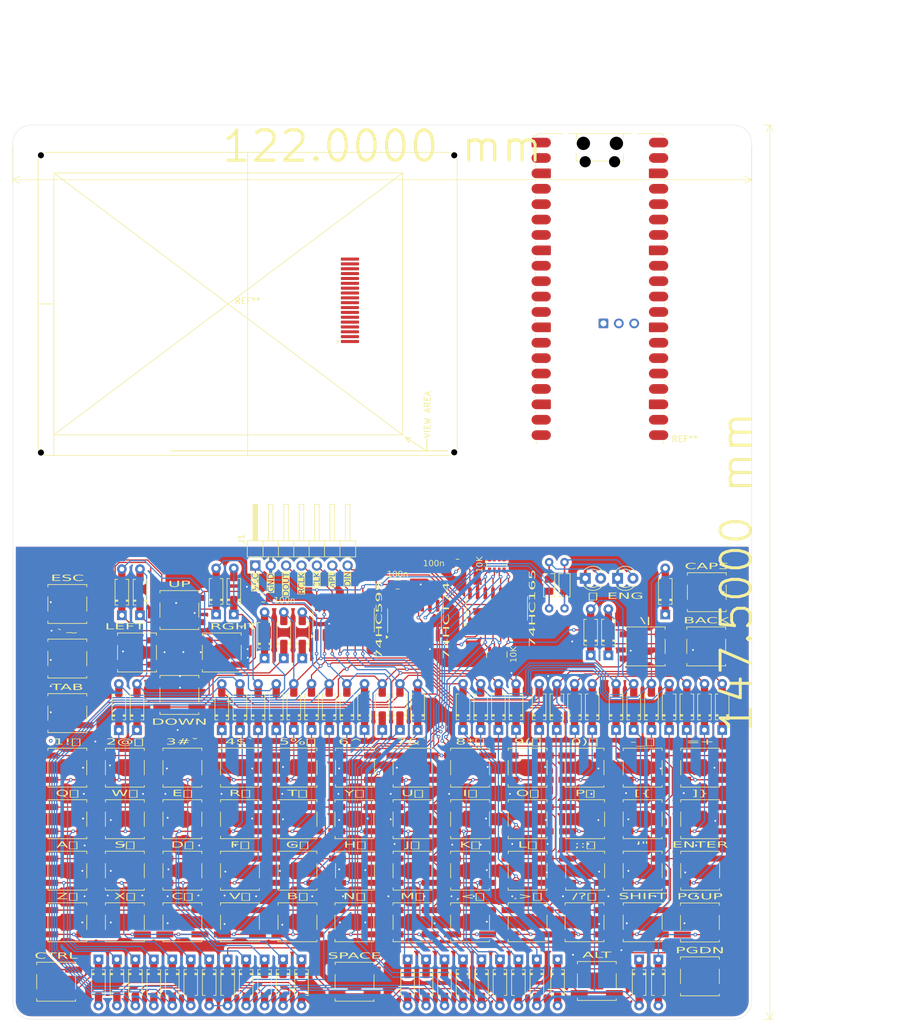
<source format=kicad_pcb>
(kicad_pcb (version 20240108) (generator "pcbnew") (generator_version "8.0")
  (layers (0 "F.Cu" signal) (31 "B.Cu" signal) (34 "B.Paste" user) (35 "F.Paste" user) (36 "B.SilkS" user "B.Silkscreen") (37 "F.SilkS" user "F.Silkscreen") (38 "B.Mask" user) (39 "F.Mask" user) (44 "Edge.Cuts" user))
  (net 0 "")
  (net 1 "Net-(U3B-Q)")
  (net 4 "Net-(D1-K)")
  (net 5 "Net-(D2-K)")
  (net 6 "Net-(D3-K)")
  (net 7 "Net-(D4-K)")
  (net 8 "Net-(D5-K)")
  (net 9 "Net-(D6-K)")
  (net 10 "Net-(D7-K)")
  (net 11 "Net-(D8-K)")
  (net 12 "Net-(D9-K)")
  (net 13 "Net-(D10-K)")
  (net 14 "Net-(D11-K)")
  (net 15 "Net-(D12-K)")
  (net 16 "Net-(D13-K)")
  (net 17 "Net-(D14-K)")
  (net 18 "Net-(D15-K)")
  (net 19 "Net-(D16-K)")
  (net 20 "Net-(D17-K)")
  (net 21 "Net-(D18-K)")
  (net 22 "Net-(D19-K)")
  (net 23 "Net-(D20-K)")
  (net 24 "Net-(D21-K)")
  (net 25 "Net-(D22-K)")
  (net 26 "Net-(D23-K)")
  (net 27 "Net-(D24-K)")
  (net 28 "Net-(D25-K)")
  (net 29 "Net-(D26-K)")
  (net 30 "Net-(D27-K)")
  (net 31 "Net-(D28-K)")
  (net 32 "Net-(D29-K)")
  (net 33 "Net-(D30-K)")
  (net 34 "Net-(D31-K)")
  (net 35 "Net-(D32-K)")
  (net 36 "Net-(D33-K)")
  (net 37 "Net-(D34-K)")
  (net 38 "Net-(D35-K)")
  (net 39 "Net-(D36-K)")
  (net 40 "Net-(D37-K)")
  (net 41 "Net-(D38-K)")
  (net 42 "Net-(D39-K)")
  (net 43 "Net-(D40-K)")
  (net 44 "Net-(D41-K)")
  (net 45 "Net-(D42-K)")
  (net 46 "Net-(D43-K)")
  (net 47 "Net-(D44-K)")
  (net 48 "Net-(D45-K)")
  (net 49 "Net-(D46-K)")
  (net 50 "Net-(D47-K)")
  (net 51 "Net-(D48-K)")
  (net 52 "Net-(D49-K)")
  (net 53 "Net-(D50-K)")
  (net 54 "Net-(D51-K)")
  (net 55 "x0")
  (net 56 "Net-(D52-K)")
  (net 57 "x1")
  (net 58 "Net-(D53-K)")
  (net 59 "x2")
  (net 60 "Net-(D54-K)")
  (net 61 "x3")
  (net 62 "Net-(D55-K)")
  (net 63 "x4")
  (net 64 "Net-(D56-K)")
  (net 65 "x5")
  (net 66 "Net-(D57-K)")
  (net 67 "x6")
  (net 68 "x7")
  (net 69 "Net-(D58-K)")
  (net 70 "Net-(D59-K)")
  (net 71 "GNDREF")
  (net 72 "y3")
  (net 73 "Net-(D60-K)")
  (net 74 "y0")
  (net 75 "Net-(D61-K)")
  (net 76 "y2")
  (net 77 "Net-(D62-K)")
  (net 78 "y1")
  (net 79 "y5")
  (net 80 "y6")
  (net 81 "y7")
  (net 82 "y4")
  (net 83 "DI")
  (net 84 "DO")
  (net 85 "VCC")
  (net 86 "RCLK")
  (net 87 "nPL")
  (net 88 "CLK")
  (net 89 "Net-(D63-A)")
  (net 90 "Net-(D64-A)")
  (net 91 "Net-(U3A-Q)")
  (net 92 "Net-(U1-QH')")
  (footprint "project:D_DO-35_SOD27_SOD123_P7.62mm_Horizontal" (layer "F.Cu") (at 169.291 65.786 90)
    (property "Reference" "D45" (hide yes))
    (property "Value" "1N4148" (hide yes))
  )
  (footprint "project:SW_Push_1P1T_NO_CK_KSC7xxJ" (layer "F.Cu") (at 105 72)
    (property "Reference" "SW17" (hide yes))
    (property "Value" "5%ㄓ")
  )
  (footprint "project:SW_Push_1P1T_NO_CK_KSC7xxJ" (layer "F.Cu") (at 114.427 107.315)
    (property "Reference" "SW48" (hide yes))
    (property "Value" "SPACE")
  )
  (footprint "project:D_DO-35_SOD27_SOD123_P7.62mm_Horizontal" (layer "F.Cu") (at 93.472 103.632 -90)
    (property "Reference" "D48" (hide yes))
    (property "Value" "1N4148" (hide yes))
  )
  (footprint "project:SW_Push_1P1T_NO_CK_KSC7xxJ" (layer "F.Cu") (at 171.5 80.5)
    (property "Reference" "SW46" (hide yes))
    (property "Value" "]}")
  )
  (footprint "project:D_DO-35_SOD27_SOD123_P7.62mm_Horizontal" (layer "F.Cu") (at 156.337 53.467 90)
    (property "Reference" "D54" (hide yes))
    (property "Value" "1N4148" (hide yes))
  )
  (footprint "project:D_DO-35_SOD27_SOD123_P7.62mm_Horizontal" (layer "F.Cu") (at 99.568 53.975 90)
    (property "Reference" "D49" (hide yes))
    (property "Value" "1N4148" (hide yes))
  )
  (footprint "project:SW_Push_1P1T_NO_CK_KSC7xxJ" (layer "F.Cu") (at 95.5 89)
    (property "Reference" "SW15" (hide yes))
    (property "Value" "Fㄑ")
  )
  (footprint "project:SW_Push_1P1T_NO_CK_KSC7xxJ" (layer "F.Cu") (at 143 89)
    (property "Reference" "SW35" (hide yes))
    (property "Value" "Lㄠ")
  )
  (footprint "project:D_DO-35_SOD27_SOD123_P7.62mm_Horizontal" (layer "F.Cu") (at 153.67 65.786 90)
    (property "Reference" "D37" (hide yes))
    (property "Value" "1N4148" (hide yes))
  )
  (footprint "project:SW_Push_1P1T_NO_CK_KSC7xxJ" (layer "F.Cu") (at 143 72)
    (property "Reference" "SW33" (hide yes))
    (property "Value" "9(ㄞ")
  )
  (footprint "project:D_DO-35_SOD27_SOD123_P7.62mm_Horizontal" (layer "F.Cu") (at 163.449 65.786 90)
    (property "Reference" "D43" (hide yes))
    (property "Value" "1N4148" (hide yes))
  )
  (footprint "project:SW_Push_1P1T_NO_CK_KSC7xxJ" (layer "F.Cu") (at 105 80.5)
    (property "Reference" "SW18" (hide yes))
    (property "Value" "Tㄔ")
  )
  (footprint "LED_THT:LED_D3.0mm_Clear" (layer "F.Cu") (at 152.527 40.767)
    (property "Reference" "D63" (hide yes))
    (property "Value" "ㄅ")
  )
  (footprint "project:SW_Push_1P1T_NO_CK_KSC7xxJ" (layer "F.Cu") (at 114.5 89)
    (property "Reference" "SW23" (hide yes))
    (property "Value" "Hㄘ")
  )
  (footprint "project:SW_Push_1P1T_NO_CK_KSC7xxJ" (layer "F.Cu") (at 86 80.5)
    (property "Reference" "SW10" (hide yes))
    (property "Value" "Eㄍ")
  )
  (footprint "Capacitor_SMD:C_0805_2012Metric_Pad1.18x1.45mm_HandSolder" (layer "F.Cu") (at 131.445 38.354 180)
    (property "Reference" "C1" (hide yes))
    (property "Value" "100n")
  )
  (footprint "project:D_DO-35_SOD27_SOD123_P7.62mm_Horizontal" (layer "F.Cu") (at 150.749 65.786 90)
    (property "Reference" "D38" (hide yes))
    (property "Value" "1N4148" (hide yes))
  )
  (footprint "project:D_DO-35_SOD27_SOD123_P7.62mm_Horizontal" (layer "F.Cu") (at 175.133 65.786 90)
    (property "Reference" "D47" (hide yes))
    (property "Value" "1N4148" (hide yes))
  )
  (footprint "project:SW_Push_1P1T_NO_CK_KSC7xxJ" (layer "F.Cu") (at 105 89)
    (property "Reference" "SW19" (hide yes))
    (property "Value" "Gㄕ")
  )
  (footprint "project:D_DO-35_SOD27_SOD123_P7.62mm_Horizontal" (layer "F.Cu") (at 75.5 65.809999 90)
    (property "Reference" "D5" (hide yes))
    (property "Value" "1N4148" (hide yes))
  )
  (footprint "project:D_DO-35_SOD27_SOD123_P7.62mm_Horizontal" (layer "F.Cu") (at 147.955 103.632 -90)
    (property "Reference" "D53" (hide yes))
    (property "Value" "1N4148" (hide yes))
  )
  (footprint "project:D_DO-35_SOD27_SOD123_P7.62mm_Horizontal" (layer "F.Cu") (at 78.5 65.809999 90)
    (property "Reference" "D6" (hide yes))
    (property "Value" "1N4148" (hide yes))
  )
  (footprint "project:SW_Push_1P1T_NO_CK_KSC7xxJ" (layer "F.Cu") (at 67 54)
    (property "Reference" "SW49" (hide yes))
    (property "Value" "`~")
  )
  (footprint "project:SW_Push_1P1T_NO_CK_KSC7xxJ" (layer "F.Cu") (at 162.5 52)
    (property "Reference" "SW55" (hide yes))
    (property "Value" "\\|")
  )
  (footprint "project:SW_Push_1P1T_NO_CK_KSC7xxJ" (layer "F.Cu") (at 67 72)
    (property "Reference" "SW1" (hide yes))
    (property "Value" "1!ㄅ")
  )
  (footprint "project:D_DO-35_SOD27_SOD123_P7.62mm_Horizontal" (layer "F.Cu") (at 105.791 53.975 90)
    (property "Reference" "D59" (hide yes))
    (property "Value" "1N4148" (hide yes))
  )
  (footprint "project:R_Axial_DIN0204_L3.6mm_D1.6mm_P7.62mm_Horizontal_0805" (layer "F.Cu") (at 146.558 45.72 90)
    (property "Reference" "R1" (hide yes))
    (property "Value" "R_US" (hide yes))
  )
  (footprint "project:D_DO-35_SOD27_SOD123_P7.62mm_Horizontal" (layer "F.Cu") (at 91.567 46.736 90)
    (property "Reference" "D62" (hide yes))
    (property "Value" "1N4148" (hide yes))
  )
  (footprint "project:D_DO-35_SOD27_SOD123_P7.62mm_Horizontal" (layer "F.Cu") (at 75.184 103.632 -90)
    (property "Reference" "D3" (hide yes))
    (property "Value" "1N4148" (hide yes))
  )
  (footprint "project:D_DO-35_SOD27_SOD123_P7.62mm_Horizontal" (layer "F.Cu") (at 98.5 65.81 90)
    (property "Reference" "D15" (hide yes))
    (property "Value" "1N4148" (hide yes))
  )
  (footprint "project:D_DO-35_SOD27_SOD123_P7.62mm_Horizontal" (layer "F.Cu") (at 102.743 53.975 90)
    (property "Reference" "D50" (hide yes))
    (property "Value" "1N4148" (hide yes))
  )
  (footprint "project:D_DO-35_SOD27_SOD123_P7.62mm_Horizontal" (layer "F.Cu") (at 96.52 103.632 -90)
    (property "Reference" "D12" (hide yes))
    (property "Value" "1N4148" (hide yes))
  )
  (footprint "project:SW_Push_1P1T_NO_CK_KSC7xxJ" (layer "F.Cu") (at 133.5 89)
    (property "Reference" "SW31" (hide yes))
    (property "Value" "Kㄜ")
  )
  (footprint "project:SW_Push_1P1T_NO_CK_KSC7xxJ" (layer "F.Cu") (at 85.5 46)
    (property "Reference" "SW58" (hide yes))
    (property "Value" "UP")
  )
  (footprint "project:D_DO-35_SOD27_SOD123_P7.62mm_Horizontal" (layer "F.Cu") (at 126.238 103.632 -90)
    (property "Reference" "D26" (hide yes))
    (property "Value" "1N4148" (hide yes))
  )
  (footprint "project:D_DO-35_SOD27_SOD123_P7.62mm_Horizontal" (layer "F.Cu") (at 81.28 103.632 -90)
    (property "Reference" "D2" (hide yes))
    (property "Value" "1N4148" (hide yes))
  )
  (footprint "project:D_DO-35_SOD27_SOD123_P7.62mm_Horizontal" (layer "F.Cu") (at 141.478 103.632 -90)
    (property "Reference" "D32" (hide yes))
    (property "Value" "1N4148" (hide yes))
  )
  (footprint "project:SW_Push_1P1T_NO_CK_KSC7xxJ" (layer "F.Cu") (at 67 89)
    (property "Reference" "SW3" (hide yes))
    (property "Value" "Aㄇ")
  )
  (footprint "Package_SO:SOIC-16_3.9x9.9mm_P1.27mm" (layer "F.Cu") (at 137.922 45.72 90)
    (property "Reference" "U2" (hide yes))
    (property "Value" "74HC165")
  )
  (footprint "Capacitor_SMD:C_0805_2012Metric_Pad1.18x1.45mm_HandSolder" (layer "F.Cu") (at 121.539 41.783)
    (property "Reference" "C2" (hide yes))
    (property "Value" "100n")
  )
  (footprint "project:R_Axial_DIN0204_L3.6mm_D1.6mm_P7.62mm_Horizontal_0805" (layer "F.Cu") (at 149.098 45.72 90)
    (property "Reference" "R2" (hide yes))
    (property "Value" "R_US" (hide yes))
  )
  (footprint "project:D_DO-35_SOD27_SOD123_P7.62mm_Horizontal" (layer "F.Cu") (at 124.841 65.786 90)
    (property "Reference" "D21" (hide yes))
    (property "Value" "1N4148" (hide yes))
  )
  (footprint "project:SW_Push_1P1T_NO_CK_KSC7xxJ" (layer "F.Cu") (at 143 80.5)
    (property "Reference" "SW34" (hide yes))
    (property "Value" "Oㄟ")
  )
  (footprint "project:SW_Push_1P1T_NO_CK_KSC7xxJ" (layer "F.Cu") (at 76.5 80.5)
    (property "Reference" "SW6" (hide yes))
    (property "Value" "Wㄊ")
  )
  (footprint "project:SW_Push_1P1T_NO_CK_KSC7xxJ" (layer "F.Cu") (at 76.5 72)
    (property "Reference" "SW5" (hide yes))
    (property "Value" "2@ㄉ")
  )
  (footprint "project:SW_Push_1P1T_NO_CK_KSC7xxJ" (layer "F.Cu") (at 95.5 80.5)
    (property "Reference" "SW14" (hide yes))
    (property "Value" "Rㄐ")
  )
  (footprint "project:D_DO-35_SOD27_SOD123_P7.62mm_Horizontal" (layer "F.Cu") (at 110.236 65.786 90)
    (property "Reference" "D20" (hide yes))
    (property "Value" "1N4148" (hide yes))
  )
  (footprint "project:SW_Push_1P1T_NO_CK_KSC7xxJ" (layer "F.Cu") (at 67 80.5)
    (property "Reference" "SW2" (hide yes))
    (property "Value" "Qㄆ")
  )
  (footprint "project:D_DO-35_SOD27_SOD123_P7.62mm_Horizontal" (layer "F.Cu") (at 153.416 53.467 90)
    (property "Reference" "D55" (hide yes))
    (property "Value" "1N4148" (hide yes))
  )
  (footprint "project:SW_Push_1P1T_NO_CK_KSC7xxJ" (layer "F.Cu") (at 67 97.5)
    (property "Reference" "SW4" (hide yes))
    (property "Value" "Zㄈ")
  )
  (footprint "project:SW_Push_1P1T_NO_CK_KSC7xxJ" (layer "F.Cu") (at 67 63)
    (property "Reference" "SW50" (hide yes))
    (property "Value" "TAB")
  )
  (footprint "project:SW_Push_1P1T_NO_CK_KSC7xxJ" (layer "F.Cu") (at 65.151 107.315)
    (property "Reference" "SW52" (hide yes))
    (property "Value" "CTRL")
  )
  (footprint "project:D_DO-35_SOD27_SOD123_P7.62mm_Horizontal" (layer "F.Cu") (at 102.616 103.632 -90)
    (property "Reference" "D9" (hide yes))
    (property "Value" "1N4148" (hide yes))
  )
  (footprint "project:D_DO-35_SOD27_SOD123_P7.62mm_Horizontal" (layer "F.Cu") (at 78.232 103.632 -90)
    (property "Reference" "D1" (hide yes))
    (property "Value" "1N4148" (hide yes))
  )
  (footprint "project:SW_Push_1P1T_NO_CK_KSC7xxJ" (layer "F.Cu") (at 124 97.5)
    (property "Reference" "SW28" (hide yes))
    (property "Value" "Mㄩ")
  )
  (footprint "project:D_DO-35_SOD27_SOD123_P7.62mm_Horizontal" (layer "F.Cu") (at 144.907 65.786 90)
    (property "Reference" "D40" (hide yes))
    (property "Value" "1N4148" (hide yes))
  )
  (footprint "project:SW_Push_1P1T_NO_CK_KSC7xxJ" (layer "F.Cu") (at 152.5 80.5)
    (property "Reference" "SW38" (hide yes))
    (property "Value" "Pㄣ")
  )
  (footprint "project:SW_Push_1P1T_NO_CK_KSC7xxJ" (layer "F.Cu") (at 162 89)
    (property "Reference" "SW43" (hide yes))
    (property "Value" "'\"")
  )
  (footprint "project:D_DO-35_SOD27_SOD123_P7.62mm_Horizontal" (layer "F.Cu") (at 138.176 65.786 90)
    (property "Reference" "D34" (hide yes))
    (property "Value" "1N4148" (hide yes))
  )
  (footprint "project:D_DO-35_SOD27_SOD123_P7.62mm_Horizontal" (layer "F.Cu") (at 132.334 103.632 -90)
    (property "Reference" "D27" (hide yes))
    (property "Value" "1N4148" (hide yes))
  )
  (footprint "project:D_DO-35_SOD27_SOD123_P7.62mm_Horizontal" (layer "F.Cu") (at 101.5 65.81 90)
    (property "Reference" "D16" (hide yes))
    (property "Value" "1N4148" (hide yes))
  )
  (footprint "project:SW_Push_1P1T_NO_CK_KSC7xxJ" (layer "F.Cu") (at 76.5 89)
    (property "Reference" "SW7" (hide yes))
    (property "Value" "Sㄋ")
  )
  (footprint "project:SW_Push_1P1T_NO_CK_KSC7xxJ" (layer "F.Cu") (at 143 97.5)
    (property "Reference" "SW36" (hide yes))
    (property "Value" ".>ㄡ")
  )
  (footprint "project:SW_Push_1P1T_NO_CK_KSC7xxJ" (layer "F.Cu") (at 171.45 97.536)
    (property "Reference" "SW56" (hide yes))
    (property "Value" "PGUP")
  )
  (footprint "project:D_DO-35_SOD27_SOD123_P7.62mm_Horizontal" (layer "F.Cu") (at 99.568 103.632 -90)
    (property "Reference" "D10" (hide yes))
    (property "Value" "1N4148" (hide yes))
  )
  (footprint "project:D_DO-35_SOD27_SOD123_P7.62mm_Horizontal" (layer "F.Cu") (at 104.394 65.786 90)
    (property "Reference" "D17" (hide yes))
    (property "Value" "1N4148" (hide yes))
  )
  (footprint "project:D_DO-35_SOD27_SOD123_P7.62mm_Horizontal" (layer "F.Cu") (at 105.664 103.632 -90)
    (property "Reference" "D11" (hide yes))
    (property "Value" "1N4148" (hide yes))
  )
  (footprint "project:SW_Push_1P1T_NO_CK_KSC7xxJ" (layer "F.Cu") (at 76.5 97.5)
    (property "Reference" "SW8" (hide yes))
    (property "Value" "Xㄌ")
  )
  (footprint "project:SW_Push_1P1T_NO_CK_KSC7xxJ" (layer "F.Cu") (at 124 80.5)
    (property "Reference" "SW26" (hide yes))
    (property "Value" "Uㄧ")
  )
  (footprint "Resistor_SMD:R_Array_Convex_4x0603" (layer "F.Cu") (at 137.922 53.34 90)
    (property "Reference" "RN2" (hide yes))
    (property "Value" "10K")
  )
  (footprint "project:SW_Push_1P1T_NO_CK_KSC7xxJ" (layer "F.Cu") (at 67 45)
    (property "Reference" "SW62" (hide yes))
    (property "Value" "ESC")
  )
  (footprint "project:SW_Push_1P1T_NO_CK_KSC7xxJ" (layer "F.Cu") (at 172.5 52)
    (property "Reference" "SW54" (hide yes))
    (property "Value" "BACK")
  )
  (footprint "project:D_DO-35_SOD27_SOD123_P7.62mm_Horizontal" (layer "F.Cu") (at 92.5 65.81 90)
    (property "Reference" "D13" (hide yes))
    (property "Value" "1N4148" (hide yes))
  )
  (footprint "project:D_DO-35_SOD27_SOD123_P7.62mm_Horizontal" (layer "F.Cu") (at 141.097 65.786 90)
    (property "Reference" "D33" (hide yes))
    (property "Value" "1N4148" (hide yes))
  )
  (footprint "project:D_DO-35_SOD27_SOD123_P7.62mm_Horizontal" (layer "F.Cu") (at 121.92 65.786 90)
    (property "Reference" "D22" (hide yes))
    (property "Value" "1N4148" (hide yes))
  )
  (footprint "project:D_DO-35_SOD27_SOD123_P7.62mm_Horizontal" (layer "F.Cu") (at 94.488 46.736 90)
    (property "Reference" "D61" (hide yes))
    (property "Value" "1N4148" (hide yes))
  )
  (footprint "project:D_DO-35_SOD27_SOD123_P7.62mm_Horizontal" (layer "F.Cu") (at 118.999 65.786 90)
    (property "Reference" "D24" (hide yes))
    (property "Value" "1N4148" (hide yes))
  )
  (footprint "project:SW_Push_1P1T_NO_CK_KSC7xxJ" (layer "F.Cu") (at 152.5 89)
    (property "Reference" "SW39" (hide yes))
    (property "Value" ";:ㄤ")
  )
  (footprint "project:SW_Push_1P1T_NO_CK_KSC7xxJ" (layer "F.Cu") (at 133.5 80.5)
    (property "Reference" "SW30" (hide yes))
    (property "Value" "Iㄛ")
  )
  (footprint "project:D_DO-35_SOD27_SOD123_P7.62mm_Horizontal" (layer "F.Cu") (at 144.526 103.632001 -90)
    (property "Reference" "D31" (hide yes))
    (property "Value" "1N4148" (hide yes))
  )
  (footprint "project:D_DO-35_SOD27_SOD123_P7.62mm_Horizontal" (layer "F.Cu") (at 76 46.863 90)
    (property "Reference" "D60" (hide yes))
    (property "Value" "1N4148" (hide yes))
  )
  (footprint "project:D_DO-35_SOD27_SOD123_P7.62mm_Horizontal" (layer "F.Cu") (at 107.315 65.786 90)
    (property "Reference" "D18" (hide yes))
    (property "Value" "1N4148" (hide yes))
  )
  (footprint "project:SW_Push_1P1T_NO_CK_KSC7xxJ" (layer "F.Cu") (at 86 89)
    (property "Reference" "SW11" (hide yes))
    (property "Value" "Dㄎ")
  )
  (footprint "project:D_DO-35_SOD27_SOD123_P7.62mm_Horizontal" (layer "F.Cu") (at 172.212 65.786 90)
    (property "Reference" "D46" (hide yes))
    (property "Value" "1N4148" (hide yes))
  )
  (footprint "project:SW_Push_1P1T_NO_CK_KSC7xxJ" (layer "F.Cu") (at 114.5 72)
    (property "Reference" "SW21" (hide yes))
    (property "Value" "6^ˊ")
  )
  (footprint "project:SW_Push_1P1T_NO_CK_KSC7xxJ" (layer "F.Cu") (at 162 97.5)
    (property "Reference" "SW44" (hide yes))
    (property "Value" "SHIFT")
  )
  (footprint "project:STP0280A1-240320" (layer "F.Cu") (at 96.765 -4.499)
    (property "Reference" "REF**")
    (property "Value" "STP0280A1-240320")
  )
  (footprint "project:SW_Push_1P1T_NO_CK_KSC7xxJ" (layer "F.Cu") (at 114.4 97.5)
    (property "Reference" "SW24" (hide yes))
    (property "Value" "Nㄙ")
  )
  (footprint "Package_SO:SO-14_3.9x8.65mm_P1.27mm" (layer "F.Cu") (at 124.333 47.752 90)
    (property "Reference" "U3" (hide yes))
    (property "Value" "74HCT74")
  )
  (footprint "Module:RaspberryPi_Pico_W_SMD_HandSolder" (layer "F.Cu") (at 154.94 -6.985)
    (property "Reference" "REF**")
    (property "Value" "RaspberryPi_Pico_W_SMD_HandSolder")
  )
  (footprint "project:SW_Push_1P1T_NO_CK_KSC7xxJ" (layer "F.Cu") (at 133.5 72)
    (property "Reference" "SW29" (hide yes))
    (property "Value" "8*ㄚ")
  )
  (footprint "project:D_DO-35_SOD27_SOD123_P7.62mm_Horizontal" (layer "F.Cu") (at 72.136 103.632001 -90)
    (property "Reference" "D52" (hide yes))
    (property "Value" "1N4148" (hide yes))
  )
  (footprint "Connector_PinHeader_2.54mm:PinHeader_1x07_P2.54mm_Horizontal" (layer "F.Cu") (at 98.044 38.6588 90)
    (property "Reference" "J1")
    (property "Value" "Conn_01x07")
  )
  (footprint "Capacitor_SMD:C_0805_2012Metric_Pad1.18x1.45mm_HandSolder" (layer "F.Cu") (at 99.314 43.942)
    (property "Reference" "C3" (hide yes))
    (property "Value" "100n")
  )
  (footprint "project:D_DO-35_SOD27_SOD123_P7.62mm_Horizontal" (layer "F.Cu") (at 113.157 65.786 90)
    (property "Reference" "D19" (hide yes))
    (property "Value" "1N4148" (hide yes))
  )
  (footprint "project:D_DO-35_SOD27_SOD123_P7.62mm_Horizontal" (layer "F.Cu") (at 166.37 65.786 90)
    (property "Reference" "D44" (hide yes))
    (property "Value" "1N4148" (hide yes))
  )
  (footprint "project:D_DO-35_SOD27_SOD123_P7.62mm_Horizontal" (layer "F.Cu") (at 132.334 65.786 90)
    (property "Reference" "D36" (hide yes))
    (property "Value" "1N4148" (hide yes))
  )
  (footprint "project:SW_Push_1P1T_NO_CK_KSC7xxJ" (layer "F.Cu") (at 92.5 53)
    (property "Reference" "SW61" (hide yes))
    (property "Value" "RGHT")
  )
  (footprint "project:D_DO-35_SOD27_SOD123_P7.62mm_Horizontal" (layer "F.Cu") (at 90.424 103.632 -90)
    (property "Reference" "D8" (hide yes))
    (property "Value" "1N4148" (hide yes))
  )
  (footprint "project:D_DO-35_SOD27_SOD123_P7.62mm_Horizontal" (layer "F.Cu") (at 147.828 65.786 90)
    (property "Reference" "D39" (hide yes))
    (property "Value" "1N4148" (hide yes))
  )
  (footprint "project:SW_Push_1P1T_NO_CK_KSC7xxJ" (layer "F.Cu") (at 162 80.5)
    (property "Reference" "SW42" (hide yes))
    (property "Value" "[{")
  )
  (footprint "project:SW_Push_1P1T_NO_CK_KSC7xxJ" (layer "F.Cu") (at 171.5 72)
    (property "Reference" "SW45" (hide yes))
    (property "Value" "=+")
  )
  (footprint "project:D_DO-35_SOD27_SOD123_P7.62mm_Horizontal" (layer "F.Cu") (at 129.286 103.632 -90)
    (property "Reference" "D28" (hide yes))
    (property "Value" "1N4148" (hide yes))
  )
  (footprint "project:D_DO-35_SOD27_SOD123_P7.62mm_Horizontal" (layer "F.Cu") (at 161.417 103.632 -90)
    (property "Reference" "D57" (hide yes))
    (property "Value" "1N4148" (hide yes))
  )
  (footprint "project:SW_Push_1P1T_NO_CK_KSC7xxJ" (layer "F.Cu") (at 133.5 97.5)
    (property "Reference" "SW32" (hide yes))
    (property "Value" ",<ㄝ")
  )
  (footprint "project:D_DO-35_SOD27_SOD123_P7.62mm_Horizontal" (layer "F.Cu") (at 164.592 103.632 -90)
    (property "Reference" "D56" (hide yes))
    (property "Value" "1N4148" (hide yes))
  )
  (footprint "project:SW_Push_1P1T_NO_CK_KSC7xxJ" (layer "F.Cu") (at 171.45 106.426)
    (property "Reference" "SW57" (hide yes))
    (property "Value" "PGDN")
  )
  (footprint "project:SW_Push_1P1T_NO_CK_KSC7xxJ" (layer "F.Cu") (at 105 97.5)
    (property "Reference" "SW20" (hide yes))
    (property "Value" "Bㄖ")
  )
  (footprint "project:D_DO-35_SOD27_SOD123_P7.62mm_Horizontal" (layer "F.Cu") (at 157.607 65.786 90)
    (property "Reference" "D41" (hide yes))
    (property "Value" "1N4148" (hide yes))
  )
  (footprint "project:SW_Push_1P1T_NO_CK_KSC7xxJ" (layer "F.Cu") (at 171.5 89)
    (property "Reference" "SW47" (hide yes))
    (property "Value" "ENTER")
  )
  (footprint "project:D_DO-35_SOD27_SOD123_P7.62mm_Horizontal" (layer "F.Cu") (at 165.735 46.736 90)
    (property "Reference" "D51" (hide yes))
    (property "Value" "1N4148" (hide yes))
  )
  (footprint "project:SW_Push_1P1T_NO_CK_KSC7xxJ" (layer "F.Cu") (at 78.5 53)
    (property "Reference" "SW60" (hide yes))
    (property "Value" "LEFT")
  )
  (footprint "project:D_DO-35_SOD27_SOD123_P7.62mm_Horizontal" (layer "F.Cu") (at 138.43 103.632 -90)
    (property "Reference" "D29" (hide yes))
    (property "Value" "1N4148" (hide yes))
  )
  (footprint "project:D_DO-35_SOD27_SOD123_P7.62mm_Horizontal" (layer "F.Cu") (at 135.382 103.632 -90)
    (property "Reference" "D30" (hide yes))
    (property "Value" "1N4148" (hide yes))
  )
  (footprint "project:SW_Push_1P1T_NO_CK_KSC7xxJ" (layer "F.Cu") (at 172.593 43.053)
    (property "Reference" "SW51" (hide yes))
    (property "Value" "CAPS")
  )
  (footprint "project:D_DO-35_SOD27_SOD123_P7.62mm_Horizontal" (layer "F.Cu") (at 95.5 65.81 90)
    (property "Reference" "D14" (hide yes))
    (property "Value" "1N4148" (hide yes))
  )
  (footprint "project:SW_Push_1P1T_NO_CK_KSC7xxJ" (layer "F.Cu") (at 162 72)
    (property "Reference" "SW41" (hide yes))
    (property "Value" "-_ㄦ")
  )
  (footprint "project:SW_Push_1P1T_NO_CK_KSC7xxJ" (layer "F.Cu") (at 124 72)
    (property "Reference" "SW25" (hide yes))
    (property "Value" "7&˙")
  )
  (footprint "project:SW_Push_1P1T_NO_CK_KSC7xxJ" (layer "F.Cu") (at 152.4 72)
    (property "Reference" "SW37" (hide yes))
    (property "Value" "0)ㄢ")
  )
  (footprint "project:D_DO-35_SOD27_SOD123_P7.62mm_Horizontal" (layer "F.Cu") (at 160.528 65.786 90)
    (property "Reference" "D42" (hide yes))
    (property "Value" "1N4148" (hide yes))
  )
  (footprint "LED_THT:LED_D3.0mm_Clear" (layer "F.Cu") (at 157.861 40.767)
    (property "Reference" "D64" (hide yes))
    (property "Value" "ENG")
  )
  (footprint "project:SW_Push_1P1T_NO_CK_KSC7xxJ" (layer "F.Cu") (at 86 72)
    (property "Reference" "SW9" (hide yes))
    (property "Value" "3#ˇ")
  )
  (footprint "project:D_DO-35_SOD27_SOD123_P7.62mm_Horizontal" (layer "F.Cu") (at 78.994 46.863 90)
    (property "Reference" "D58" (hide yes))
    (property "Value" "1N4148" (hide yes))
  )
  (footprint "Resistor_SMD:R_Array_Convex_4x0603" (layer "F.Cu") (at 137.922 38.481 -90)
    (property "Reference" "RN1" (hide yes))
    (property "Value" "10K")
  )
  (footprint "project:SW_Push_1P1T_NO_CK_KSC7xxJ" (layer "F.Cu") (at 124 89)
    (property "Reference" "SW27" (hide yes))
    (property "Value" "Jㄨ")
  )
  (footprint "Package_SO:SOIC-16_3.9x9.9mm_P1.27mm" (layer "F.Cu") (at 112.6236 47.6504 90)
    (property "Reference" "U1" (hide yes))
    (property "Value" "74HC595")
  )
  (footprint "project:SW_Push_1P1T_NO_CK_KSC7xxJ" (layer "F.Cu") (at 95.5 72)
    (property "Reference" "SW13" (hide yes))
    (property "Value" "4$ˋ")
  )
  (footprint "project:D_DO-35_SOD27_SOD123_P7.62mm_Horizontal" (layer "F.Cu") (at 116.078 65.786 90)
    (property "Reference" "D23" (hide yes))
    (property "Value" "1N4148" (hide yes))
  )
  (footprint "project:D_DO-35_SOD27_SOD123_P7.62mm_Horizontal" (layer "F.Cu") (at 135.255 65.786 90)
    (property "Reference" "D35" (hide yes))
    (property "Value" "1N4148" (hide yes))
  )
  (footprint "project:SW_Push_1P1T_NO_CK_KSC7xxJ" (layer "F.Cu") (at 152.4 97.5)
    (property "Reference" "SW40" (hide yes))
    (property "Value" "/?ㄥ")
  )
  (footprint "project:SW_Push_1P1T_NO_CK_KSC7xxJ" (layer "F.Cu") (at 95.5 97.5)
    (property "Reference" "SW16" (hide yes))
    (property "Value" "Vㄒ")
  )
  (footprint "project:SW_Push_1P1T_NO_CK_KSC7xxJ" (layer "F.Cu") (at 114.4 80.5)
    (property "Reference" "SW22" (hide yes))
    (property "Value" "Yㄗ")
  )
  (footprint "project:SW_Push_1P1T_NO_CK_KSC7xxJ" (layer "F.Cu") (at 154.432 107.188)
    (property "Reference" "SW53" (hide yes))
    (property "Value" "ALT")
  )
  (footprint "project:D_DO-35_SOD27_SOD123_P7.62mm_Horizontal" (layer "F.Cu") (at 84.328 103.632 -90)
    (property "Reference" "D4" (hide yes))
    (property "Value" "1N4148" (hide yes))
  )
  (footprint "project:SW_Push_1P1T_NO_CK_KSC7xxJ" (layer "F.Cu") (at 85.5 60)
    (property "Reference" "SW59" (hide yes))
    (property "Value" "DOWN")
  )
  (footprint "project:SW_Push_1P1T_NO_CK_KSC7xxJ" (layer "F.Cu") (at 86 97.5)
    (property "Reference" "SW12" (hide yes))
    (property "Value" "Cㄏ")
  )
  (footprint "project:D_DO-35_SOD27_SOD123_P7.62mm_Horizontal" (layer "F.Cu") (at 87.376 103.632 -90)
    (property "Reference" "D7" (hide yes))
    (property "Value" "1N4148" (hide yes))
  )
  (footprint "project:D_DO-35_SOD27_SOD123_P7.62mm_Horizontal" (layer "F.Cu") (at 123.19 103.632 -90)
    (property "Reference" "D25" (hide yes))
    (property "Value" "1N4148" (hide yes))
  )
  (gr_line (start 61 -34) (end 158 -34) (stroke (width 0.05)) (layer "Edge.Cuts"))
  (gr_line (start 158 113.5) (end 177 113.5) (stroke (width 0.05)) (layer "Edge.Cuts"))
  (gr_line (start 158 113.5) (end 61 113.5) (stroke (width 0.05)) (layer "Edge.Cuts"))
  (gr_arc (start 61 113.5) (mid 58.87868 112.62132) (end 58 110.5) (stroke (width 0.05)) (layer "Edge.Cuts"))
  (gr_line (start 158 -34) (end 177 -34) (stroke (width 0.05)) (layer "Edge.Cuts"))
  (gr_arc (start 177 -34) (mid 179.12132 -33.12132) (end 180 -31) (stroke (width 0.05)) (layer "Edge.Cuts"))
  (gr_line (start 58 65) (end 58 39) (stroke (width 0.05)) (layer "Edge.Cuts"))
  (gr_line (start 58 -31) (end 58 39) (stroke (width 0.05)) (layer "Edge.Cuts"))
  (gr_line (start 180 55) (end 180 39) (stroke (width 0.05)) (layer "Edge.Cuts"))
  (gr_arc (start 180 110.5) (mid 179.12132 112.62132) (end 177 113.5) (stroke (width 0.05)) (layer "Edge.Cuts"))
  (gr_arc (start 58 -31) (mid 58.87868 -33.12132) (end 61 -34) (stroke (width 0.05)) (layer "Edge.Cuts"))
  (gr_line (start 180 55) (end 180 110.5) (stroke (width 0.05)) (layer "Edge.Cuts"))
  (gr_line (start 180 -31) (end 180 39) (stroke (width 0.05)) (layer "Edge.Cuts"))
  (gr_line (start 58 110.5) (end 58 65) (stroke (width 0.05)) (layer "Edge.Cuts"))
  (gr_text "DOUT" (at 103.759 43.815 90) (layer "F.SilkS" knockout) (effects (font (size 1 1) (thickness 0.1)) (justify left bottom)))
  (gr_text "GND" (at 101.2444 43.1292 90) (layer "F.SilkS" knockout) (effects (font (size 1 1) (thickness 0.1)) (justify left bottom)))
  (gr_text "DIN" (at 113.919 42.164 90) (layer "F.SilkS" knockout) (effects (font (size 1 1) (thickness 0.1)) (justify left bottom)))
  (gr_text "VCC" (at 98.6536 42.8244 90) (layer "F.SilkS" knockout) (effects (font (size 1 1) (thickness 0.1)) (justify left bottom)))
  (gr_text "CLK" (at 108.839 42.418 90) (layer "F.SilkS" knockout) (effects (font (size 1 1) (thickness 0.1)) (justify left bottom)))
  (gr_text "nPL" (at 111.379 42.291 90) (layer "F.SilkS" knockout) (effects (font (size 1 1) (thickness 0.1)) (justify left bottom)))
  (gr_text "RCLK" (at 106.299 43.434 90) (layer "F.SilkS" knockout) (effects (font (size 1 1) (thickness 0.1)) (justify left bottom)))
  (dimension (type aligned) (layer "F.SilkS") (pts (xy 181.5 113.5) (xy 181.5 -34)) (height 1.5) (gr_text "147.5000 mm" (at 177.5 39.75 90) (layer "F.SilkS") (effects (font (size 5 5) (thickness 0.5)))) (format (prefix "") (suffix "") (units 3) (units_format 1) (precision 4)) (style (thickness 0.1) (arrow_length 1.27) (text_position_mode 0) (extension_height 0.58642) (extension_offset 0.5) keep_text_aligned))
  (dimension (type aligned) (layer "F.SilkS") (pts (xy 58 -31) (xy 180 -31)) (height 6) (gr_text "122.0000 mm" (at 119 -30.5 0) (layer "F.SilkS") (effects (font (size 5 5) (thickness 0.5)))) (format (prefix "") (suffix "") (units 3) (units_format 1) (precision 4)) (style (thickness 0.1) (arrow_length 1.27) (text_position_mode 0) (extension_height 0.58642) (extension_offset 0.5) keep_text_aligned))
  (via (at 64.262 67.564) (size 0.6) (drill 0.3) (layers "F.Cu" "B.Cu") (net 0))
  (segment (start 126.111 47.244) (end 126.873 46.482) (width 0.2) (layer "F.Cu") (net 1))
  (segment (start 126.873 46.482) (end 126.873 45.277) (width 0.2) (layer "F.Cu") (net 1))
  (via (at 126.111 47.244) (size 0.6) (drill 0.3) (layers "F.Cu" "B.Cu") (net 1))
  (segment (start 126.111 47.244) (end 126.873 46.482) (width 0.2) (layer "B.Cu") (net 1))
  (segment (start 135.109 38.754) (end 143.148 38.754) (width 0.2) (layer "B.Cu") (net 1))
  (segment (start 126.873 46.482) (end 127.381 46.482) (width 0.2) (layer "B.Cu") (net 1))
  (segment (start 143.148 38.754) (end 146.558 42.164) (width 0.2) (layer "B.Cu") (net 1))
  (segment (start 127.381 46.482) (end 135.109 38.754) (width 0.2) (layer "B.Cu") (net 1))
  (segment (start 146.558 42.164) (end 146.558 45.72) (width 0.2) (layer "B.Cu") (net 1))
  (segment (start 67.564 74) (end 64.1 74) (width 0.2) (layer "F.Cu") (net 4))
  (segment (start 69.9 74) (end 67.564 74) (width 0.2) (layer "F.Cu") (net 4))
  (via (at 67.564 74) (size 0.6) (drill 0.3) (layers "F.Cu" "B.Cu") (net 4))
  (segment (start 67.037 100.444901) (end 68.503099 101.911) (width 0.2) (layer "B.Cu") (net 4))
  (segment (start 67.037 74.527) (end 67.037 100.444901) (width 0.2) (layer "B.Cu") (net 4))
  (segment (start 67.564 74) (end 67.037 74.527) (width 0.2) (layer "B.Cu") (net 4))
  (segment (start 76.511 101.911) (end 78.232 103.632) (width 0.2) (layer "B.Cu") (net 4))
  (segment (start 68.503099 101.911) (end 76.511 101.911) (width 0.2) (layer "B.Cu") (net 4))
  (segment (start 64.1 82.5) (end 67.945 82.5) (width 0.2) (layer "F.Cu") (net 5))
  (segment (start 67.945 82.5) (end 69.9 82.5) (width 0.2) (layer "F.Cu") (net 5))
  (via (at 67.945 82.5) (size 0.6) (drill 0.3) (layers "F.Cu" "B.Cu") (net 5))
  (segment (start 67.945 82.5) (end 67.437 83.008) (width 0.2) (layer "B.Cu") (net 5))
  (segment (start 67.437 100.279215) (end 68.668785 101.511) (width 0.2) (layer "B.Cu") (net 5))
  (segment (start 68.668785 101.511) (end 79.159 101.511) (width 0.2) (layer "B.Cu") (net 5))
  (segment (start 67.437 83.008) (end 67.437 100.279215) (width 0.2) (layer "B.Cu") (net 5))
  (segment (start 79.159 101.511) (end 81.28 103.632) (width 0.2) (layer "B.Cu") (net 5))
  (segment (start 66.421 91) (end 64.1 91) (width 0.2) (layer "F.Cu") (net 6))
  (segment (start 66.421 91) (end 69.9 91) (width 0.2) (layer "F.Cu") (net 6))
  (via (at 66.421 91) (size 0.6) (drill 0.3) (layers "F.Cu" "B.Cu") (net 6))
  (segment (start 73.863 102.311) (end 75.184 103.632) (width 0.2) (layer "B.Cu") (net 6))
  (segment (start 66.421 91) (end 66.421 100.584) (width 0.2) (layer "B.Cu") (net 6))
  (segment (start 68.148 102.311) (end 73.863 102.311) (width 0.2) (layer "B.Cu") (net 6))
  (segment (start 66.421 100.584) (end 68.148 102.311) (width 0.2) (layer "B.Cu") (net 6))
  (segment (start 64.1 99.5) (end 68.072 99.5) (width 0.2) (layer "F.Cu") (net 7))
  (segment (start 68.072 99.5) (end 69.9 99.5) (width 0.2) (layer "F.Cu") (net 7))
  (via (at 68.072 99.5) (size 0.6) (drill 0.3) (layers "F.Cu" "B.Cu") (net 7))
  (segment (start 81.407 100.711) (end 69.283 100.711) (width 0.2) (layer "B.Cu") (net 7))
  (segment (start 84.328 103.632) (end 81.407 100.711) (width 0.2) (layer "B.Cu") (net 7))
  (segment (start 69.283 100.711) (end 68.072 99.5) (width 0.2) (layer "B.Cu") (net 7))
  (segment (start 75.565 74) (end 73.6 74) (width 0.2) (layer "F.Cu") (net 8))
  (segment (start 79.4 74) (end 75.565 74) (width 0.2) (layer "F.Cu") (net 8))
  (via (at 75.565 74) (size 0.6) (drill 0.3) (layers "F.Cu" "B.Cu") (net 8))
  (segment (start 75.5 65.809999) (end 75.5 73.935) (width 0.2) (layer "B.Cu") (net 8))
  (segment (start 75.5 73.935) (end 75.565 74) (width 0.2) (layer "B.Cu") (net 8))
  (segment (start 73.6 82.5) (end 76.581 82.5) (width 0.2) (layer "F.Cu") (net 9))
  (segment (start 76.581 82.5) (end 79.4 82.5) (width 0.2) (layer "F.Cu") (net 9))
  (via (at 76.581 82.5) (size 0.6) (drill 0.3) (layers "F.Cu" "B.Cu") (net 9))
  (segment (start 78.5 65.809999) (end 76.581 67.728999) (width 0.2) (layer "B.Cu") (net 9))
  (segment (start 76.581 67.728999) (end 76.581 82.5) (width 0.2) (layer "B.Cu") (net 9))
  (segment (start 79.4 91) (end 75.946 91) (width 0.2) (layer "F.Cu") (net 10))
  (segment (start 75.946 91) (end 73.6 91) (width 0.2) (layer "F.Cu") (net 10))
  (via (at 75.946 91) (size 0.6) (drill 0.3) (layers "F.Cu" "B.Cu") (net 10))
  (segment (start 76.327 99.441) (end 76.327 91.381) (width 0.2) (layer "B.Cu") (net 10))
  (segment (start 76.327 91.381) (end 75.946 91) (width 0.2) (layer "B.Cu") (net 10))
  (segment (start 87.376 103.632) (end 83.844 100.1) (width 0.2) (layer "B.Cu") (net 10))
  (segment (start 76.986 100.1) (end 76.327 99.441) (width 0.2) (layer "B.Cu") (net 10))
  (segment (start 83.844 100.1) (end 76.986 100.1) (width 0.2) (layer "B.Cu") (net 10))
  (segment (start 73.6 99.5) (end 77.724 99.5) (width 0.2) (layer "F.Cu") (net 11))
  (segment (start 77.724 99.5) (end 79.4 99.5) (width 0.2) (layer "F.Cu") (net 11))
  (via (at 77.724 99.5) (size 0.6) (drill 0.3) (layers "F.Cu" "B.Cu") (net 11))
  (segment (start 85.095471 100.1) (end 84.495471 99.5) (width 0.2) (layer "B.Cu") (net 11))
  (segment (start 90.424 103.632) (end 86.892 100.1) (width 0.2) (layer "B.Cu") (net 11))
  (segment (start 84.495471 99.5) (end 77.724 99.5) (width 0.2) (layer "B.Cu") (net 11))
  (segment (start 86.892 100.1) (end 85.095471 100.1) (width 0.2) (layer "B.Cu") (net 11))
  (segment (start 83.1 74) (end 86.868 74) (width 0.2) (layer "F.Cu") (net 12))
  (segment (start 86.868 74) (end 88.9 74) (width 0.2) (layer "F.Cu") (net 12))
  (via (at 86.868 74) (size 0.6) (drill 0.3) (layers "F.Cu" "B.Cu") (net 12))
  (segment (start 99.695 100.711) (end 102.616 103.632) (width 0.2) (layer "B.Cu") (net 12))
  (segment (start 86.868 83.221529) (end 85.363 84.726529) (width 0.2) (layer "B.Cu") (net 12))
  (segment (start 85.363 94.38) (end 91.694 100.711) (width 0.2) (layer "B.Cu") (net 12))
  (segment (start 85.363 84.726529) (end 85.363 94.38) (width 0.2) (layer "B.Cu") (net 12))
  (segment (start 91.694 100.711) (end 99.695 100.711) (width 0.2) (layer "B.Cu") (net 12))
  (segment (start 86.868 74) (end 86.868 83.221529) (width 0.2) (layer "B.Cu") (net 12))
  (segment (start 83.1 82.5) (end 85.471 82.5) (width 0.2) (layer "F.Cu") (net 13))
  (segment (start 85.471 82.5) (end 88.9 82.5) (width 0.2) (layer "F.Cu") (net 13))
  (via (at 85.471 82.5) (size 0.6) (drill 0.3) (layers "F.Cu" "B.Cu") (net 13))
  (segment (start 97.282 101.346) (end 99.568 103.632) (width 0.2) (layer "B.Cu") (net 13))
  (segment (start 84.963 94.742) (end 91.567 101.346) (width 0.2) (layer "B.Cu") (net 13))
  (segment (start 85.471 82.5) (end 84.963 83.008) (width 0.2) (layer "B.Cu") (net 13))
  (segment (start 91.567 101.346) (end 97.282 101.346) (width 0.2) (layer "B.Cu") (net 13))
  (segment (start 84.963 83.008) (end 84.963 94.742) (width 0.2) (layer "B.Cu") (net 13))
  (segment (start 83.1 91) (end 86.106 91) (width 0.2) (layer "F.Cu") (net 14))
  (segment (start 86.106 91) (end 88.9 91) (width 0.2) (layer "F.Cu") (net 14))
  (via (at 86.106 91) (size 0.6) (drill 0.3) (layers "F.Cu" "B.Cu") (net 14))
  (segment (start 91.845 100.1) (end 102.132 100.1) (width 0.2) (layer "B.Cu") (net 14))
  (segment (start 102.132 100.1) (end 105.664 103.632) (width 0.2) (layer "B.Cu") (net 14))
  (segment (start 86.106 91) (end 86.106 94.361) (width 0.2) (layer "B.Cu") (net 14))
  (segment (start 86.106 94.361) (end 91.845 100.1) (width 0.2) (layer "B.Cu") (net 14))
  (segment (start 88.9 99.5) (end 85.344 99.5) (width 0.2) (layer "F.Cu") (net 15))
  (segment (start 85.344 99.5) (end 83.1 99.5) (width 0.2) (layer "F.Cu") (net 15))
  (via (at 85.344 99.5) (size 0.6) (drill 0.3) (layers "F.Cu" "B.Cu") (net 15))
  (segment (start 89.086 99.5) (end 91.821 102.235) (width 0.2) (layer "B.Cu") (net 15))
  (segment (start 91.821 102.235) (end 95.123 102.235) (width 0.2) (layer "B.Cu") (net 15))
  (segment (start 85.344 99.5) (end 89.086 99.5) (width 0.2) (layer "B.Cu") (net 15))
  (segment (start 95.123 102.235) (end 96.52 103.632) (width 0.2) (layer "B.Cu") (net 15))
  (segment (start 92.6 74) (end 94.488 74) (width 0.2) (layer "F.Cu") (net 16))
  (segment (start 94.488 74) (end 98.4 74) (width 0.2) (layer "F.Cu") (net 16))
  (via (at 94.488 74) (size 0.6) (drill 0.3) (layers "F.Cu" "B.Cu") (net 16))
  (segment (start 92.5 72.012) (end 94.488 74) (width 0.2) (layer "B.Cu") (net 16))
  (segment (start 92.5 65.81) (end 92.5 72.012) (width 0.2) (layer "B.Cu") (net 16))
  (segment (start 94.361 82.5) (end 92.6 82.5) (width 0.2) (layer "F.Cu") (net 17))
  (segment (start 98.4 82.5) (end 94.361 82.5) (width 0.2) (layer "F.Cu") (net 17))
  (via (at 94.361 82.5) (size 0.6) (drill 0.3) (layers "F.Cu" "B.Cu") (net 17))
  (segment (start 95.885 66.195) (end 95.885 80.976) (width 0.2) (layer "B.Cu") (net 17))
  (segment (start 95.885 80.976) (end 94.361 82.5) (width 0.2) (layer "B.Cu") (net 17))
  (segment (start 95.5 65.81) (end 95.885 66.195) (width 0.2) (layer "B.Cu") (net 17))
  (segment (start 94.615 91) (end 92.6 91) (width 0.2) (layer "F.Cu") (net 18))
  (segment (start 98.4 91) (end 94.615 91) (width 0.2) (layer "F.Cu") (net 18))
  (via (at 94.615 91) (size 0.6) (drill 0.3) (layers "F.Cu" "B.Cu") (net 18))
  (segment (start 98.5 65.81) (end 98.5 87.115) (width 0.2) (layer "B.Cu") (net 18))
  (segment (start 98.5 87.115) (end 94.615 91) (width 0.2) (layer "B.Cu") (net 18))
  (segment (start 92.6 99.5) (end 94.488 99.5) (width 0.2) (layer "F.Cu") (net 19))
  (segment (start 94.488 99.5) (end 98.4 99.5) (width 0.2) (layer "F.Cu") (net 19))
  (via (at 94.488 99.5) (size 0.6) (drill 0.3) (layers "F.Cu" "B.Cu") (net 19))
  (segment (start 101.5 92.488) (end 94.488 99.5) (width 0.2) (layer "B.Cu") (net 19))
  (segment (start 101.5 65.81) (end 101.5 92.488) (width 0.2) (layer "B.Cu") (net 19))
  (segment (start 103.886 74) (end 107.9 74) (width 0.2) (layer "F.Cu") (net 20))
  (segment (start 102.1 74) (end 103.886 74) (width 0.2) (layer "F.Cu") (net 20))
  (via (at 103.886 74) (size 0.6) (drill 0.3) (layers "F.Cu" "B.Cu") (net 20))
  (segment (start 104.394 65.786) (end 104.394 73.492) (width 0.2) (layer "B.Cu") (net 20))
  (segment (start 104.394 73.492) (end 103.886 74) (width 0.2) (layer "B.Cu") (net 20))
  (segment (start 104.14 82.5) (end 102.1 82.5) (width 0.2) (layer "F.Cu") (net 21))
  (segment (start 107.9 82.5) (end 104.14 82.5) (width 0.2) (layer "F.Cu") (net 21))
  (via (at 104.14 82.5) (size 0.6) (drill 0.3) (layers "F.Cu" "B.Cu") (net 21))
  (segment (start 107.315 79.325) (end 104.14 82.5) (width 0.2) (layer "B.Cu") (net 21))
  (segment (start 107.315 65.786) (end 107.315 79.325) (width 0.2) (layer "B.Cu") (net 21))
  (segment (start 107.9 91) (end 106.299 91) (width 0.2) (layer "F.Cu") (net 22))
  (segment (start 106.299 91) (end 102.1 91) (width 0.2) (layer "F.Cu") (net 22))
  (via (at 106.299 91) (size 0.6) (drill 0.3) (layers "F.Cu" "B.Cu") (net 22))
  (segment (start 113.157 84.142) (end 113.157 65.786) (width 0.2) (layer "B.Cu") (net 22))
  (segment (start 106.299 91) (end 113.157 84.142) (width 0.2) (layer "B.Cu") (net 22))
  (segment (start 104.267 99.5) (end 107.9 99.5) (width 0.2) (layer "F.Cu") (net 23))
  (segment (start 102.1 99.5) (end 104.267 99.5) (width 0.2) (layer "F.Cu") (net 23))
  (via (at 104.267 99.5) (size 0.6) (drill 0.3) (layers "F.Cu" "B.Cu") (net 23))
  (segment (start 104.267 87.63) (end 110.236 81.661) (width 0.2) (layer "B.Cu") (net 23))
  (segment (start 104.267 99.5) (end 104.267 87.63) (width 0.2) (layer "B.Cu") (net 23))
  (segment (start 110.236 81.661) (end 110.236 65.786) (width 0.2) (layer "B.Cu") (net 23))
  (segment (start 111.6 74) (end 117.4 74) (width 0.2) (layer "F.Cu") (net 24))
  (segment (start 117.4 73.862) (end 117.4 74) (width 0.2) (layer "F.Cu") (net 24))
  (segment (start 118.364 72.898) (end 117.4 73.862) (width 0.2) (layer "F.Cu") (net 24))
  (via (at 118.364 72.898) (size 0.6) (drill 0.3) (layers "F.Cu" "B.Cu") (net 24))
  (segment (start 124.841 66.421) (end 124.841 65.786) (width 0.2) (layer "B.Cu") (net 24))
  (segment (start 118.364 72.898) (end 124.841 66.421) (width 0.2) (layer "B.Cu") (net 24))
  (segment (start 111.5 82.5) (end 115.57 82.5) (width 0.2) (layer "F.Cu") (net 25))
  (segment (start 115.57 82.5) (end 117.3 82.5) (width 0.2) (layer "F.Cu") (net 25))
  (via (at 115.57 82.5) (size 0.6) (drill 0.3) (layers "F.Cu" "B.Cu") (net 25))
  (segment (start 121.92 65.786) (end 115.57 72.136) (width 0.2) (layer "B.Cu") (net 25))
  (segment (start 115.57 72.136) (end 115.57 82.5) (width 0.2) (layer "B.Cu") (net 25))
  (segment (start 117.4 91) (end 113.192 91) (width 0.2) (layer "F.Cu") (net 26))
  (segment (start 113.192 91) (end 111.6 91) (width 0.2) (layer "F.Cu") (net 26))
  (via (at 113.192 91) (size 0.6) (drill 0.3) (layers "F.Cu" "B.Cu") (net 26))
  (segment (start 113.557 70.789314) (end 116.078 68.268314) (width 0.2) (layer "B.Cu") (net 26))
  (segment (start 113.557 90.635) (end 113.557 70.789314) (width 0.2) (layer "B.Cu") (net 26))
  (segment (start 116.078 68.268314) (end 116.078 65.786) (width 0.2) (layer "B.Cu") (net 26))
  (segment (start 113.192 91) (end 113.557 90.635) (width 0.2) (layer "B.Cu") (net 26))
  (segment (start 111.5 99.5) (end 113.792 99.5) (width 0.2) (layer "F.Cu") (net 27))
  (segment (start 113.792 99.5) (end 117.3 99.5) (width 0.2) (layer "F.Cu") (net 27))
  (via (at 113.792 99.5) (size 0.6) (drill 0.3) (layers "F.Cu" "B.Cu") (net 27))
  (segment (start 114.535 71.393) (end 114.535 98.757) (width 0.2) (layer "B.Cu") (net 27))
  (segment (start 118.999 66.929) (end 114.535 71.393) (width 0.2) (layer "B.Cu") (net 27))
  (segment (start 118.999 65.786) (end 118.999 66.929) (width 0.2) (layer "B.Cu") (net 27))
  (segment (start 114.535 98.757) (end 113.792 99.5) (width 0.2) (layer "B.Cu") (net 27))
  (segment (start 121.1 74) (end 122.936 74) (width 0.2) (layer "F.Cu") (net 28))
  (segment (start 122.936 74) (end 126.9 74) (width 0.2) (layer "F.Cu") (net 28))
  (via (at 122.936 74) (size 0.6) (drill 0.3) (layers "F.Cu" "B.Cu") (net 28))
  (segment (start 122.682 74.254) (end 122.936 74) (width 0.2) (layer "B.Cu") (net 28))
  (segment (start 123.19 103.632) (end 122.682 103.124) (width 0.2) (layer "B.Cu") (net 28))
  (segment (start 122.682 103.124) (end 122.682 74.254) (width 0.2) (layer "B.Cu") (net 28))
  (segment (start 126.9 82.5) (end 121.1 82.5) (width 0.2) (layer "F.Cu") (net 29))
  (via (at 123.282 82.5) (size 0.6) (drill 0.3) (layers "F.Cu" "B.Cu") (net 29))
  (segment (start 123.282 82.5) (end 123.282 100.676) (width 0.2) (layer "B.Cu") (net 29))
  (segment (start 123.282 100.676) (end 126.238 103.632) (width 0.2) (layer "B.Cu") (net 29))
  (segment (start 125.222 91) (end 121.1 91) (width 0.2) (layer "F.Cu") (net 30))
  (segment (start 126.9 91) (end 125.222 91) (width 0.2) (layer "F.Cu") (net 30))
  (via (at 125.222 91) (size 0.6) (drill 0.3) (layers "F.Cu" "B.Cu") (net 30))
  (segment (start 125.222 96.52) (end 132.334 103.632) (width 0.2) (layer "B.Cu") (net 30))
  (segment (start 125.222 91) (end 125.222 96.52) (width 0.2) (layer "B.Cu") (net 30))
  (segment (start 125.095 99.5) (end 121.1 99.5) (width 0.2) (layer "F.Cu") (net 31))
  (segment (start 126.9 99.5) (end 125.095 99.5) (width 0.2) (layer "F.Cu") (net 31))
  (via (at 125.095 99.5) (size 0.6) (drill 0.3) (layers "F.Cu" "B.Cu") (net 31))
  (segment (start 129.286 103.632) (end 125.154 99.5) (width 0.2) (layer "B.Cu") (net 31))
  (segment (start 125.154 99.5) (end 125.095 99.5) (width 0.2) (layer "B.Cu") (net 31))
  (segment (start 136.4 74) (end 133.985 74) (width 0.2) (layer "F.Cu") (net 32))
  (segment (start 133.985 74) (end 130.6 74) (width 0.2) (layer "F.Cu") (net 32))
  (via (at 133.985 74) (size 0.6) (drill 0.3) (layers "F.Cu" "B.Cu") (net 32))
  (segment (start 138.43 103.632) (end 138.43 103.124) (width 0.2) (layer "B.Cu") (net 32))
  (segment (start 133.061 82.251471) (end 132.842 82.032471) (width 0.2) (layer "B.Cu") (net 32))
  (segment (start 134.804686 102.362) (end 132.861 100.418314) (width 0.2) (layer "B.Cu") (net 32))
  (segment (start 132.842 82.032471) (end 132.842 75.143) (width 0.2) (layer "B.Cu") (net 32))
  (segment (start 138.43 103.124) (end 137.668 102.362) (width 0.2) (layer "B.Cu") (net 32))
  (segment (start 133.061 82.748529) (end 133.061 82.251471) (width 0.2) (layer "B.Cu") (net 32))
  (segment (start 132.861 82.948529) (end 133.061 82.748529) (width 0.2) (layer "B.Cu") (net 32))
  (segment (start 132.861 100.418314) (end 132.861 82.948529) (width 0.2) (layer "B.Cu") (net 32))
  (segment (start 137.668 102.362) (end 134.804686 102.362) (width 0.2) (layer "B.Cu") (net 32))
  (segment (start 132.842 75.143) (end 133.985 74) (width 0.2) (layer "B.Cu") (net 32))
  (segment (start 136.4 82.5) (end 132.461 82.5) (width 0.2) (layer "F.Cu") (net 33))
  (segment (start 132.461 82.5) (end 130.6 82.5) (width 0.2) (layer "F.Cu") (net 33))
  (via (at 132.461 82.5) (size 0.6) (drill 0.3) (layers "F.Cu" "B.Cu") (net 33))
  (segment (start 132.461 82.5) (end 132.461 100.584) (width 0.2) (layer "B.Cu") (net 33))
  (segment (start 135.382 103.505) (end 135.382 103.632) (width 0.2) (layer "B.Cu") (net 33))
  (segment (start 132.461 100.584) (end 135.382 103.505) (width 0.2) (layer "B.Cu") (net 33))
  (segment (start 134.747 91) (end 136.4 91) (width 0.2) (layer "F.Cu") (net 34))
  (segment (start 130.6 91) (end 134.747 91) (width 0.2) (layer "F.Cu") (net 34))
  (via (at 134.747 91) (size 0.6) (drill 0.3) (layers "F.Cu" "B.Cu") (net 34))
  (segment (start 144.526 103.632001) (end 144.526 101.981001) (width 0.2) (layer "B.Cu") (net 34))
  (segment (start 144.526 101.981001) (end 134.747 92.202001) (width 0.2) (layer "B.Cu") (net 34))
  (segment (start 134.747 92.202001) (end 134.747 91) (width 0.2) (layer "B.Cu") (net 34))
  (segment (start 130.6 99.5) (end 136.4 99.5) (width 0.2) (layer "F.Cu") (net 35))
  (segment (start 134.62 99.5) (end 136.4 99.5) (width 0.2) (layer "F.Cu") (net 35))
  (via (at 134.62 99.5) (size 0.6) (drill 0.3) (layers "F.Cu" "B.Cu") (net 35))
  (segment (start 134.62 99.5) (end 137.346 99.5) (width 0.2) (layer "B.Cu") (net 35))
  (segment (start 137.346 99.5) (end 141.478 103.632) (width 0.2) (layer "B.Cu") (net 35))
  (segment (start 141.859 74) (end 145.9 74) (width 0.2) (layer "F.Cu") (net 36))
  (segment (start 140.1 74) (end 141.859 74) (width 0.2) (layer "F.Cu") (net 36))
  (via (at 141.859 74) (size 0.6) (drill 0.3) (layers "F.Cu" "B.Cu") (net 36))
  (segment (start 141.097 73.238) (end 141.097 65.786) (width 0.2) (layer "B.Cu") (net 36))
  (segment (start 141.859 74) (end 141.097 73.238) (width 0.2) (layer "B.Cu") (net 36))
  (segment (start 141.097 81.407) (end 142.19 82.5) (width 0.2) (layer "F.Cu") (net 37))
  (segment (start 141.097 81.503) (end 140.1 82.5) (width 0.2) (layer "F.Cu") (net 37))
  (segment (start 141.097 81.407) (end 141.097 81.503) (width 0.2) (layer "F.Cu") (net 37))
  (segment (start 142.19 82.5) (end 145.9 82.5) (width 0.2) (layer "F.Cu") (net 37))
  (via (at 141.097 81.407) (size 0.6) (drill 0.3) (layers "F.Cu" "B.Cu") (net 37))
  (segment (start 138.176 70.739) (end 138.176 65.786) (width 0.2) (layer "B.Cu") (net 37))
  (segment (start 138.684 79.071) (end 138.684 71.247) (width 0.2) (layer "B.Cu") (net 37))
  (segment (start 141.097 81.407) (end 141.02 81.407) (width 0.2) (layer "B.Cu") (net 37))
  (segment (start 138.684 71.247) (end 138.176 70.739) (width 0.2) (layer "B.Cu") (net 37))
  (segment (start 141.02 81.407) (end 138.684 79.071) (width 0.2) (layer "B.Cu") (net 37))
  (segment (start 142.181 91) (end 145.9 91) (width 0.2) (layer "F.Cu") (net 38))
  (segment (start 140.1 90.913) (end 141.097 89.916) (width 0.2) (layer "F.Cu") (net 38))
  (segment (start 140.1 91) (end 140.1 90.913) (width 0.2) (layer "F.Cu") (net 38))
  (segment (start 141.097 89.916) (end 142.181 91) (width 0.2) (layer "F.Cu") (net 38))
  (via (at 141.097 89.916) (size 0.6) (drill 0.3) (layers "F.Cu" "B.Cu") (net 38))
  (segment (start 135.255 68.58) (end 135.255 65.786) (width 0.2) (layer "B.Cu") (net 38))
  (segment (start 138.176 87.063) (end 138.176 71.501) (width 0.2) (layer "B.Cu") (net 38))
  (segment (start 138.176 71.501) (end 135.255 68.58) (width 0.2) (layer "B.Cu") (net 38))
  (segment (start 141.029 89.916) (end 138.176 87.063) (width 0.2) (layer "B.Cu") (net 38))
  (segment (start 141.097 89.916) (end 141.029 89.916) (width 0.2) (layer "B.Cu") (net 38))
  (segment (start 143.51 99.5) (end 145.9 99.5) (width 0.2) (layer "F.Cu") (net 39))
  (segment (start 140.1 99.5) (end 143.51 99.5) (width 0.2) (layer "F.Cu") (net 39))
  (via (at 143.51 99.5) (size 0.6) (drill 0.3) (layers "F.Cu" "B.Cu") (net 39))
  (segment (start 143.51 99.5) (end 137.668 93.658) (width 0.2) (layer "B.Cu") (net 39))
  (segment (start 132.334 66.294) (end 132.334 65.786) (width 0.2) (layer "B.Cu") (net 39))
  (segment (start 137.668 93.658) (end 137.668 71.628) (width 0.2) (layer "B.Cu") (net 39))
  (segment (start 137.668 71.628) (end 132.334 66.294) (width 0.2) (layer "B.Cu") (net 39))
  (segment (start 151.765 74) (end 149.5 74) (width 0.2) (layer "F.Cu") (net 40))
  (segment (start 155.3 74) (end 151.765 74) (width 0.2) (layer "F.Cu") (net 40))
  (via (at 151.765 74) (size 0.6) (drill 0.3) (layers "F.Cu" "B.Cu") (net 40))
  (segment (start 153.67 72.095) (end 151.765 74) (width 0.2) (layer "B.Cu") (net 40))
  (segment (start 153.67 65.786) (end 153.67 72.095) (width 0.2) (layer "B.Cu") (net 40))
  (segment (start 155.4 82.5) (end 151.511 82.5) (width 0.2) (layer "F.Cu") (net 41))
  (segment (start 151.511 82.5) (end 149.6 82.5) (width 0.2) (layer "F.Cu") (net 41))
  (via (at 151.511 82.5) (size 0.6) (drill 0.3) (layers "F.Cu" "B.Cu") (net 41))
  (segment (start 150.876 81.865) (end 151.511 82.5) (width 0.2) (layer "B.Cu") (net 41))
  (segment (start 150.749 65.786) (end 150.876 65.913) (width 0.2) (layer "B.Cu") (net 41))
  (segment (start 150.876 65.913) (end 150.876 81.865) (width 0.2) (layer "B.Cu") (net 41))
  (segment (start 151.638 91) (end 149.6 91) (width 0.2) (layer "F.Cu") (net 42))
  (segment (start 155.4 91) (end 151.638 91) (width 0.2) (layer "F.Cu") (net 42))
  (via (at 151.638 91) (size 0.6) (drill 0.3) (layers "F.Cu" "B.Cu") (net 42))
  (segment (start 147.828 65.786) (end 147.701 65.913) (width 0.2) (layer "B.Cu") (net 42))
  (segment (start 147.701 65.913) (end 147.701 87.063) (width 0.2) (layer "B.Cu") (net 42))
  (segment (start 147.701 87.063) (end 151.638 91) (width 0.2) (layer "B.Cu") (net 42))
  (segment (start 155.3 99.5) (end 151.384 99.5) (width 0.2) (layer "F.Cu") (net 43))
  (segment (start 151.384 99.5) (end 149.5 99.5) (width 0.2) (layer "F.Cu") (net 43))
  (via (at 151.384 99.5) (size 0.6) (drill 0.3) (layers "F.Cu" "B.Cu") (net 43))
  (segment (start 145.288 93.404) (end 151.384 99.5) (width 0.2) (layer "B.Cu") (net 43))
  (segment (start 145.288 66.167) (end 145.288 93.404) (width 0.2) (layer "B.Cu") (net 43))
  (segment (start 144.907 65.786) (end 145.288 66.167) (width 0.2) (layer "B.Cu") (net 43))
  (segment (start 159.1 74) (end 161.036 74) (width 0.2) (layer "F.Cu") (net 44))
  (segment (start 161.036 74) (end 164.9 74) (width 0.2) (layer "F.Cu") (net 44))
  (via (at 161.036 74) (size 0.6) (drill 0.3) (layers "F.Cu" "B.Cu") (net 44))
  (segment (start 157.607 65.786) (end 157.607 70.571) (width 0.2) (layer "B.Cu") (net 44))
  (segment (start 157.607 70.571) (end 161.036 74) (width 0.2) (layer "B.Cu") (net 44))
  (segment (start 160.909 82.5) (end 164.9 82.5) (width 0.2) (layer "F.Cu") (net 45))
  (segment (start 159.1 82.5) (end 160.909 82.5) (width 0.2) (layer "F.Cu") (net 45))
  (via (at 160.909 82.5) (size 0.6) (drill 0.3) (layers "F.Cu" "B.Cu") (net 45))
  (segment (start 161.636 81.773) (end 160.909 82.5) (width 0.2) (layer "B.Cu") (net 45))
  (segment (start 161.636 66.894) (end 161.636 81.773) (width 0.2) (layer "B.Cu") (net 45))
  (segment (start 160.528 65.786) (end 161.636 66.894) (width 0.2) (layer "B.Cu") (net 45))
  (segment (start 159.1 91) (end 161.036 91) (width 0.2) (layer "F.Cu") (net 46))
  (segment (start 161.036 91) (end 164.9 91) (width 0.2) (layer "F.Cu") (net 46))
  (via (at 161.036 91) (size 0.6) (drill 0.3) (layers "F.Cu" "B.Cu") (net 46))
  (segment (start 163.449 65.786) (end 163.449 88.587) (width 0.2) (layer "B.Cu") (net 46))
  (segment (start 163.449 88.587) (end 161.036 91) (width 0.2) (layer "B.Cu") (net 46))
  (segment (start 161.036 99.5) (end 164.9 99.5) (width 0.2) (layer "F.Cu") (net 47))
  (segment (start 159.1 99.5) (end 161.036 99.5) (width 0.2) (layer "F.Cu") (net 47))
  (via (at 161.036 99.5) (size 0.6) (drill 0.3) (layers "F.Cu" "B.Cu") (net 47))
  (segment (start 166.37 94.166) (end 161.036 99.5) (width 0.2) (layer "B.Cu") (net 47))
  (segment (start 166.37 65.786) (end 166.37 94.166) (width 0.2) (layer "B.Cu") (net 47))
  (segment (start 170.688 74) (end 168.6 74) (width 0.2) (layer "F.Cu") (net 48))
  (segment (start 174.4 74) (end 170.688 74) (width 0.2) (layer "F.Cu") (net 48))
  (via (at 170.688 74) (size 0.6) (drill 0.3) (layers "F.Cu" "B.Cu") (net 48))
  (segment (start 169.291 65.786) (end 169.291 72.603) (width 0.2) (layer "B.Cu") (net 48))
  (segment (start 169.291 72.603) (end 170.688 74) (width 0.2) (layer "B.Cu") (net 48))
  (segment (start 168.6 82.5) (end 170.561 82.5) (width 0.2) (layer "F.Cu") (net 49))
  (segment (start 170.561 82.5) (end 174.4 82.5) (width 0.2) (layer "F.Cu") (net 49))
  (via (at 170.561 82.5) (size 0.6) (drill 0.3) (layers "F.Cu" "B.Cu") (net 49))
  (segment (start 172.212 80.849) (end 170.561 82.5) (width 0.2) (layer "B.Cu") (net 49))
  (segment (start 172.212 65.786) (end 172.212 80.849) (width 0.2) (layer "B.Cu") (net 49))
  (segment (start 168.6 91) (end 170.434 91) (width 0.2) (layer "F.Cu") (net 50))
  (segment (start 170.434 91) (end 174.4 91) (width 0.2) (layer "F.Cu") (net 50))
  (via (at 170.434 91) (size 0.6) (drill 0.3) (layers "F.Cu" "B.Cu") (net 50))
  (segment (start 175.133 65.786) (end 175.133 86.301) (width 0.2) (layer "B.Cu") (net 50))
  (segment (start 175.133 86.301) (end 170.434 91) (width 0.2) (layer "B.Cu") (net 50))
  (segment (start 111.527 109.315) (end 110.839 109.315) (width 0.2) (layer "F.Cu") (net 51))
  (segment (start 111.527 109.315) (end 117.327 109.315) (width 0.2) (layer "F.Cu") (net 51))
  (segment (start 107.95 101.727) (end 93.599 101.727) (width 0.2) (layer "F.Cu") (net 51))
  (segment (start 108.077 106.553) (end 108.077 101.854) (width 0.2) (layer "F.Cu") (net 51))
  (segment (start 108.077 101.854) (end 107.95 101.727) (width 0.2) (layer "F.Cu") (net 51))
  (segment (start 93.472 101.854) (end 93.472 103.632) (width 0.2) (layer "F.Cu") (net 51))
  (segment (start 93.599 101.727) (end 93.472 101.854) (width 0.2) (layer "F.Cu") (net 51))
  (segment (start 110.839 109.315) (end 108.077 106.553) (width 0.2) (layer "F.Cu") (net 51))
  (segment (start 69.9 56) (end 90.6 56) (width 0.2) (layer "F.Cu") (net 52))
  (segment (start 90.6 56) (end 90.72 55.88) (width 0.2) (layer "F.Cu") (net 52))
  (segment (start 97.663 55.88) (end 99.568 53.975) (width 0.2) (layer "F.Cu") (net 52))
  (segment (start 64.1 56) (end 69.9 56) (width 0.2) (layer "F.Cu") (net 52))
  (segment (start 90.72 55.88) (end 97.663 55.88) (width 0.2) (layer "F.Cu") (net 52))
  (segment (start 73.686 61.214) (end 80.264 61.214) (width 0.2) (layer "F.Cu") (net 53))
  (segment (start 100.349 56.369) (end 102.743 53.975) (width 0.2) (layer "F.Cu") (net 53))
  (segment (start 89.281 60.96) (end 90.424 59.817) (width 0.2) (layer "F.Cu") (net 53))
  (segment (start 69.9 65) (end 73.686 61.214) (width 0.2) (layer "F.Cu") (net 53))
  (segment (start 80.264 61.214) (end 80.518 60.96) (width 0.2) (layer "F.Cu") (net 53))
  (segment (start 91.401314 56.369) (end 100.349 56.369) (width 0.2) (layer "F.Cu") (net 53))
  (segment (start 80.518 60.96) (end 89.281 60.96) (width 0.2) (layer "F.Cu") (net 53))
  (segment (start 90.424 59.817) (end 90.424 57.346314) (width 0.2) (layer "F.Cu") (net 53))
  (segment (start 64.1 65) (end 69.9 65) (width 0.2) (layer "F.Cu") (net 53))
  (segment (start 90.424 57.346314) (end 91.401314 56.369) (width 0.2) (layer "F.Cu") (net 53))
  (segment (start 169.693 45.053) (end 169.513 45.053) (width 0.2) (layer "F.Cu") (net 54))
  (segment (start 169.513 45.053) (end 168.566 44.106) (width 0.2) (layer "F.Cu") (net 54))
  (segment (start 168.566 44.106) (end 165.735 44.106) (width 0.2) (layer "F.Cu") (net 54))
  (segment (start 175.493 45.053) (end 169.693 45.053) (width 0.2) (layer "F.Cu") (net 54))
  (segment (start 108.9278 53.9116) (end 126.601658 53.9116) (width 0.2) (layer "F.Cu") (net 55))
  (segment (start 100.985 107.931) (end 79.863 107.931) (width 0.2) (layer "F.Cu") (net 55))
  (segment (start 108.585 53.975) (end 104.394 58.166) (width 0.2) (layer "F.Cu") (net 55))
  (segment (start 128.697058 56.007) (end 138.938 56.007) (width 0.2) (layer "F.Cu") (net 55))
  (segment (start 108.8644 53.975) (end 108.585 53.975) (width 0.2) (layer "F.Cu") (net 55))
  (segment (start 102.616 109.562) (end 100.985 107.931) (width 0.2) (layer "F.Cu") (net 55))
  (segment (start 79.863 107.931) (end 78.232 109.562) (width 0.2) (layer "F.Cu") (net 55))
  (segment (start 108.8644 53.975) (end 108.9278 53.9116) (width 0.2) (layer "F.Cu") (net 55))
  (segment (start 126.601658 53.9116) (end 128.697058 56.007) (width 0.2) (layer "F.Cu") (net 55))
  (segment (start 109.4232 45.2008) (end 109.4486 45.1754) (width 0.2) (layer "F.Cu") (net 55))
  (segment (start 138.938 56.007) (end 141.097 58.166) (width 0.2) (layer "F.Cu") (net 55))
  (segment (start 109.4232 46.736) (end 109.4232 45.2008) (width 0.2) (layer "F.Cu") (net 55))
  (via (at 108.8644 53.975) (size 0.6) (drill 0.3) (layers "F.Cu" "B.Cu") (net 55))
  (via (at 109.4232 46.736) (size 0.6) (drill 0.3) (layers "F.Cu" "B.Cu") (net 55))
  (segment (start 148.082 54.737) (end 154.305 54.737) (width 0.2) (layer "B.Cu") (net 55))
  (segment (start 76.365 109.385) (end 78.232 111.252) (width 0.2) (layer "B.Cu") (net 55))
  (segment (start 154.305 54.737) (end 157.607 58.039) (width 0.2) (layer "B.Cu") (net 55))
  (segment (start 141.097 58.166) (end 141.097 56.896) (width 0.2) (layer "B.Cu") (net 55))
  (segment (start 104.394 48.006) (end 104.394 58.166) (width 0.2) (layer "B.Cu") (net 55))
  (segment (start 102.743 46.355) (end 104.394 48.006) (width 0.2) (layer "B.Cu") (net 55))
  (segment (start 109.4232 47.1424) (end 108.8644 47.7012) (width 0.2) (layer "B.Cu") (net 55))
  (segment (start 109.4232 46.736) (end 109.4232 47.1424) (width 0.2) (layer "B.Cu") (net 55))
  (segment (start 105.156 108.712) (end 102.616 111.252) (width 0.2) (layer "B.Cu") (net 55))
  (segment (start 157.607 58.166) (end 157.607 57.0865) (width 0.2) (layer "B.Cu") (net 55))
  (segment (start 108.8644 47.7012) (end 108.8644 53.975) (width 0.2) (layer "B.Cu") (net 55))
  (segment (start 64.059 102.470686) (end 70.973314 109.385) (width 0.2) (layer "B.Cu") (net 55))
  (segment (start 64.059 70.762371) (end 64.059 102.470686) (width 0.2) (layer "B.Cu") (net 55))
  (segment (start 104.394 58.166) (end 102.108 60.452) (width 0.2) (layer "B.Cu") (net 55))
  (segment (start 143.256 54.737) (end 148.082 54.737) (width 0.2) (layer "B.Cu") (net 55))
  (segment (start 156.337 46.482) (end 156.337 45.847) (width 0.2) (layer "B.Cu") (net 55))
  (segment (start 95.123 60.452) (end 94.996 60.452) (width 0.2) (layer "B.Cu") (net 55))
  (segment (start 157.607 58.039) (end 157.607 58.166) (width 0.2) (layer "B.Cu") (net 55))
  (segment (start 74.369371 60.452) (end 64.059 70.762371) (width 0.2) (layer "B.Cu") (net 55))
  (segment (start 157.988 48.133) (end 156.337 46.482) (width 0.2) (layer "B.Cu") (net 55))
  (segment (start 95.123 60.452) (end 74.369371 60.452) (width 0.2) (layer "B.Cu") (net 55))
  (segment (start 123.19 111.252) (end 120.65 108.712) (width 0.2) (layer "B.Cu") (net 55))
  (segment (start 157.988 56.7055) (end 157.988 48.133) (width 0.2) (layer "B.Cu") (net 55))
  (segment (start 141.097 56.896) (end 143.256 54.737) (width 0.2) (layer "B.Cu") (net 55))
  (segment (start 120.65 108.712) (end 105.156 108.712) (width 0.2) (layer "B.Cu") (net 55))
  (segment (start 70.973314 109.385) (end 76.365 109.385) (width 0.2) (layer "B.Cu") (net 55))
  (segment (start 157.607 57.0865) (end 157.988 56.7055) (width 0.2) (layer "B.Cu") (net 55))
  (segment (start 102.108 60.452) (end 95.123 60.452) (width 0.2) (layer "B.Cu") (net 55))
  (segment (start 68.051 109.315) (end 68.051 109.188) (width 0.2) (layer "F.Cu") (net 56))
  (segment (start 62.251 109.315) (end 68.051 109.315) (width 0.2) (layer "F.Cu") (net 56))
  (segment (start 70.976999 106.262001) (end 72.136 106.262001) (width 0.2) (layer "F.Cu") (net 56))
  (segment (start 68.051 109.188) (end 70.976999 106.262001) (width 0.2) (layer "F.Cu") (net 56))
  (segment (start 108.1786 53.1876) (end 108.1786 50.1254) (width 0.2) (layer "F.Cu") (net 57))
  (segment (start 128.620372 56.496) (end 136.506 56.496) (width 0.2) (layer "F.Cu") (net 57))
  (segment (start 108.8216 55.2276) (end 109.7376 54.3116) (width 0.2) (layer "F.Cu") (net 57))
  (segment (start 109.7376 54.3116) (end 126.435972 54.3116) (width 0.2) (layer "F.Cu") (net 57))
  (segment (start 107.315 56.7342) (end 107.315 58.166) (width 0.2) (layer "F.Cu") (net 57))
  (segment (start 108.8216 55.2276) (end 107.315 56.7342) (width 0.2) (layer "F.Cu") (net 57))
  (segment (start 108.1532 53.213) (end 108.1786 53.1876) (width 0.2) (layer "F.Cu") (net 57))
  (segment (start 126.435972 54.3116) (end 128.620372 56.496) (width 0.2) (layer "F.Cu") (net 57))
  (segment (start 99.568 109.562) (end 98.337 108.331) (width 0.2) (layer "F.Cu") (net 57))
  (segment (start 136.506 56.496) (end 138.176 58.166) (width 0.2) (layer "F.Cu") (net 57))
  (segment (start 82.511 108.331) (end 81.28 109.562) (width 0.2) (layer "F.Cu") (net 57))
  (segment (start 98.337 108.331) (end 82.511 108.331) (width 0.2) (layer "F.Cu") (net 57))
  (via (at 108.1532 53.213) (size 0.6) (drill 0.3) (layers "F.Cu" "B.Cu") (net 57))
  (via (at 108.8216 55.2276) (size 0.6) (drill 0.3) (layers "F.Cu" "B.Cu") (net 57))
  (segment (start 153.416 45.847) (end 154.813 44.45) (width 0.2) (layer "B.Cu") (net 57))
  (segment (start 143.421686 55.137) (end 142.71 55.848686) (width 0.2) (layer "B.Cu") (net 57))
  (segment (start 108.1532 54.5592) (end 108.8216 55.2276) (width 0.2) (layer "B.Cu") (net 57))
  (segment (start 142.71 59.485628) (end 142.402628 59.793) (width 0.2) (layer "B.Cu") (net 57))
  (segment (start 158.731 56.680686) (end 160.216314 58.166) (width 0.2) (layer "B.Cu") (net 57))
  (segment (start 104.629 60.852) (end 74.535057 60.852) (width 0.2) (layer "B.Cu") (net 57))
  (segment (start 96.266 40.132) (end 100.965 44.831) (width 0.2) (layer "B.Cu") (net 57))
  (segment (start 74.535057 60.852) (end 64.459 70.928057) (width 0.2) (layer "B.Cu") (net 57))
  (segment (start 108.1532 46.8122) (end 108.1532 53.213) (width 0.2) (layer "B.Cu") (net 57))
  (segment (start 107.315 58.166) (end 104.629 60.852) (width 0.2) (layer "B.Cu") (net 57))
  (segment (start 158.731 45.828) (end 158.731 56.680686) (width 0.2) (layer "B.Cu") (net 57))
  (segment (start 142.402628 59.793) (end 139.803 59.793) (width 0.2) (layer "B.Cu") (net 57))
  (segment (start 154.813 44.45) (end 157.353 44.45) (width 0.2) (layer "B.Cu") (net 57))
  (segment (start 156.464 59.944) (end 155.829 59.309) (width 0.2) (layer "B.Cu") (net 57))
  (segment (start 158.75 59.944) (end 156.464 59.944) (width 0.2) (layer "B.Cu") (net 57))
  (segment (start 160.528 58.166) (end 158.75 59.944) (width 0.2) (layer "B.Cu") (net 57))
  (segment (start 157.353 44.45) (end 158.731 45.828) (width 0.2) (layer "B.Cu") (net 57))
  (segment (start 96.266 38.481) (end 96.266 40.132) (width 0.2) (layer "B.Cu") (net 57))
  (segment (start 106.172 44.831) (end 108.1532 46.8122) (width 0.2) (layer "B.Cu") (net 57))
  (segment (start 95.631 37.846) (end 96.266 38.481) (width 0.2) (layer "B.Cu") (net 57))
  (segment (start 126.238 111.252) (end 123.298 108.312) (width 0.2) (layer "B.Cu") (net 57))
  (segment (start 155.829 56.826686) (end 154.139314 55.137) (width 0.2) (layer "B.Cu") (net 57))
  (segment (start 92.837 37.846) (end 95.631 37.846) (width 0.2) (layer "B.Cu") (net 57))
  (segment (start 108.1532 53.213) (end 108.1532 54.5592) (width 0.2) (layer "B.Cu") (net 57))
  (segment (start 139.803 59.793) (end 138.176 58.166) (width 0.2) (layer "B.Cu") (net 57))
  (segment (start 102.508 108.312) (end 99.568 111.252) (width 0.2) (layer "B.Cu") (net 57))
  (segment (start 79.013 108.985) (end 81.28 111.252) (width 0.2) (layer "B.Cu") (net 57))
  (segment (start 142.71 55.848686) (end 142.71 59.485628) (width 0.2) (layer "B.Cu") (net 57))
  (segment (start 64.459 70.928057) (end 64.459 102.305) (width 0.2) (layer "B.Cu") (net 57))
  (segment (start 155.829 59.309) (end 155.829 56.826686) (width 0.2) (layer "B.Cu") (net 57))
  (segment (start 100.965 44.831) (end 106.172 44.831) (width 0.2) (layer "B.Cu") (net 57))
  (segment (start 64.459 102.305) (end 71.139 108.985) (width 0.2) (layer "B.Cu") (net 57))
  (segment (start 71.139 108.985) (end 79.013 108.985) (width 0.2) (layer "B.Cu") (net 57))
  (segment (start 123.298 108.312) (end 102.508 108.312) (width 0.2) (layer "B.Cu") (net 57))
  (segment (start 91.567 39.116) (end 92.837 37.846) (width 0.2) (layer "B.Cu") (net 57))
  (segment (start 160.216314 58.166) (end 160.528 58.166) (width 0.2) (layer "B.Cu") (net 57))
  (segment (start 154.139314 55.137) (end 143.421686 55.137) (width 0.2) (layer "B.Cu") (net 57))
  (segment (start 157.332 109.188) (end 151.532 109.188) (width 0.2) (layer "F.Cu") (net 58))
  (segment (start 151.532 109.188) (end 148.606 106.262) (width 0.2) (layer "F.Cu") (net 58))
  (segment (start 148.606 106.262) (end 147.955 106.262) (width 0.2) (layer "F.Cu") (net 58))
  (segment (start 133.985 56.896) (end 135.255 58.166) (width 0.2) (layer "F.Cu") (net 59))
  (segment (start 109.4486 53.1972) (end 109.4486 50.1254) (width 0.2) (layer "F.Cu") (net 59))
  (segment (start 105.664 109.562) (end 103.544 107.442) (width 0.2) (layer "F.Cu") (net 59))
  (segment (start 72.136001 109.562) (end 72.136 109.562001) (width 0.2) (layer "F.Cu") (net 59))
  (segment (start 105.664 109.562) (end 107.481 111.379) (width 0.2) (layer "F.Cu") (net 59))
  (segment (start 126.270286 54.7116) (end 128.454686 56.896) (width 0.2) (layer "F.Cu") (net 59))
  (segment (start 128.454686 56.896) (end 133.985 56.896) (width 0.2) (layer "F.Cu") (net 59))
  (segment (start 107.481 111.379) (end 119.253 111.379) (width 0.2) (layer "F.Cu") (net 59))
  (segment (start 110.236 55.118) (end 110.6424 54.7116) (width 0.2) (layer "F.Cu") (net 59))
  (segment (start 75.184 109.562) (end 72.136001 109.562) (width 0.2) (layer "F.Cu") (net 59))
  (segment (start 119.253 111.379) (end 122.174 108.458) (width 0.2) (layer "F.Cu") (net 59))
  (segment (start 131.23 108.458) (end 132.334 109.562) (width 0.2) (layer "F.Cu") (net 59))
  (segment (start 110.6424 54.7116) (end 126.270286 54.7116) (width 0.2) (layer "F.Cu") (net 59))
  (segment (start 109.4644 53.213) (end 109.4486 53.1972) (width 0.2) (layer "F.Cu") (net 59))
  (segment (start 122.174 108.458) (end 131.23 108.458) (width 0.2) (layer "F.Cu") (net 59))
  (segment (start 103.544 107.442) (end 77.304 107.442) (width 0.2) (layer "F.Cu") (net 59))
  (segment (start 77.304 107.442) (end 75.184 109.562) (width 0.2) (layer "F.Cu") (net 59))
  (via (at 109.4644 53.213) (size 0.6) (drill 0.3) (layers "F.Cu" "B.Cu") (net 59))
  (via (at 110.236 55.118) (size 0.6) (drill 0.3) (layers "F.Cu" "B.Cu") (net 59))
  (segment (start 120.396 57.531) (end 120.396 66.675) (width 0.2) (layer "B.Cu") (net 59))
  (segment (start 114.935 100.711) (end 120.777 106.553) (width 0.2) (layer "B.Cu") (net 59))
  (segment (start 163.322 58.166) (end 161.125 60.363) (width 0.2) (layer "B.Cu") (net 59))
  (segment (start 119.38 56.515) (end 120.396 57.531) (width 0.2) (layer "B.Cu") (net 59))
  (segment (start 120.777 106.553) (end 127.635 106.553) (width 0.2) (layer "B.Cu") (net 59))
  (segment (start 109.4644 53.213) (end 109.4644 54.3464) (width 0.2) (layer "B.Cu") (net 59))
  (segment (start 153.973628 55.537) (end 143.587372 55.537) (width 0.2) (layer "B.Cu") (net 59))
  (segment (start 155.429 59.475372) (end 155.429 56.992372) (width 0.2) (layer "B.Cu") (net 59))
  (segment (start 109.4644 54.3464) (end 110.236 55.118) (width 0.2) (layer "B.Cu") (net 59))
  (segment (start 113.157 58.039) (end 113.157 58.166) (width 0.2) (layer "B.Cu") (net 59))
  (segment (start 155.429 56.992372) (end 153.973628 55.537) (width 0.2) (layer "B.Cu") (net 59))
  (segment (start 156.316628 60.363) (end 155.429 59.475372) (width 0.2) (layer "B.Cu") (net 59))
  (segment (start 142.568314 60.193) (end 136.774 60.193) (width 0.2) (layer "B.Cu") (net 59))
  (segment (start 136.774 60.193) (end 135.255 58.674) (width 0.2) (layer "B.Cu") (net 59))
  (segment (start 161.125 60.363) (end 156.316628 60.363) (width 0.2) (layer "B.Cu") (net 59))
  (segment (start 114.935 72.136) (end 114.935 100.711) (width 0.2) (layer "B.Cu") (net 59))
  (segment (start 127.635 106.553) (end 132.334 111.252) (width 0.2) (layer "B.Cu") (net 59))
  (segment (start 163.449 41.402) (end 165.735 39.116) (width 0.2) (layer "B.Cu") (net 59))
  (segment (start 120.396 66.675) (end 114.935 72.136) (width 0.2) (layer "B.Cu") (net 59))
  (segment (start 163.449 58.166) (end 163.449 41.402) (width 0.2) (layer "B.Cu") (net 59))
  (segment (start 135.255 58.674) (end 135.255 58.166) (width 0.2) (layer "B.Cu") (net 59))
  (segment (start 110.236 55.118) (end 113.157 58.039) (width 0.2) (layer "B.Cu") (net 59))
  (segment (start 114.808 56.515) (end 119.38 56.515) (width 0.2) (layer "B.Cu") (net 59))
  (segment (start 143.11 59.651314) (end 142.568314 60.193) (width 0.2) (layer "B.Cu") (net 59))
  (segment (start 143.383 55.741373) (end 143.11 56.014373) (width 0.2) (layer "B.Cu") (net 59))
  (segment (start 163.449 58.166) (end 163.322 58.166) (width 0.2) (layer "B.Cu") (net 59))
  (segment (start 113.157 58.166) (end 114.808 56.515) (width 0.2) (layer "B.Cu") (net 59))
  (segment (start 143.11 56.014373) (end 143.11 59.651314) (width 0.2) (layer "B.Cu") (net 59))
  (segment (start 143.587372 55.537) (end 143.383 55.741373) (width 0.2) (layer "B.Cu") (net 59))
  (segment (start 167.162 51.562) (end 156.718 51.562) (width 0.2) (layer "F.Cu") (net 60))
  (segment (start 156.718 51.562) (end 156.337 51.181) (width 0.2) (layer "F.Cu") (net 60))
  (segment (start 169.6 54) (end 167.162 51.562) (width 0.2) (layer "F.Cu") (net 60))
  (segment (start 156.337 51.181) (end 156.337 50.837) (width 0.2) (layer "F.Cu") (net 60))
  (segment (start 175.4 54) (end 169.6 54) (width 0.2) (layer "F.Cu") (net 60))
  (segment (start 113.157 55.753) (end 113.792 55.118) (width 0.2) (layer "F.Cu") (net 61))
  (segment (start 112.649 55.753) (end 110.236 58.166) (width 0.2) (layer "F.Cu") (net 61))
  (segment (start 110.7186 53.1876) (end 110.7186 50.1254) (width 0.2) (layer "F.Cu") (net 61))
  (segment (start 110.744 53.213) (end 110.7186 53.1876) (width 0.2) (layer "F.Cu") (net 61))
  (segment (start 95.77 108.812) (end 85.078 108.812) (width 0.2) (layer "F.Cu") (net 61))
  (segment (start 126.111 55.118) (end 129.159 58.166) (width 0.2) (layer "F.Cu") (net 61))
  (segment (start 85.078 108.812) (end 84.328 109.562) (width 0.2) (layer "F.Cu") (net 61))
  (segment (start 129.159 58.166) (end 132.334 58.166) (width 0.2) (layer "F.Cu") (net 61))
  (segment (start 113.157 55.753) (end 112.649 55.753) (width 0.2) (layer "F.Cu") (net 61))
  (segment (start 96.52 109.562) (end 95.77 108.812) (width 0.2) (layer "F.Cu") (net 61))
  (segment (start 113.792 55.118) (end 126.111 55.118) (width 0.2) (layer "F.Cu") (net 61))
  (via (at 113.157 55.753) (size 0.6) (drill 0.3) (layers "F.Cu" "B.Cu") (net 61))
  (via (at 110.744 53.213) (size 0.6) (drill 0.3) (layers "F.Cu" "B.Cu") (net 61))
  (segment (start 81.661 108.585) (end 71.316314 108.585) (width 0.2) (layer "B.Cu") (net 61))
  (segment (start 99.86 107.912) (end 125.946 107.912) (width 0.2) (layer "B.Cu") (net 61))
  (segment (start 71.316314 108.585) (end 64.859 102.127686) (width 0.2) (layer "B.Cu") (net 61))
  (segment (start 107.4928 48.0568) (end 105.791 46.355) (width 0.2) (layer "B.Cu") (net 61))
  (segment (start 163.646 60.763) (end 166.243 58.166) (width 0.2) (layer "B.Cu") (net 61))
  (segment (start 143.753058 55.937) (end 153.807942 55.937) (width 0.2) (layer "B.Cu") (net 61))
  (segment (start 64.859 71.093743) (end 74.700743 61.252) (width 0.2) (layer "B.Cu") (net 61))
  (segment (start 132.334 58.166) (end 132.334 58.801) (width 0.2) (layer "B.Cu") (net 61))
  (segment (start 142.734 60.593) (end 143.51 59.817) (width 0.2) (layer "B.Cu") (net 61))
  (segment (start 110.744 53.34) (end 110.744 53.213) (width 0.2) (layer "B.Cu") (net 61))
  (segment (start 110.236 57.727314) (end 107.4928 54.984114) (width 0.2) (layer "B.Cu") (net 61))
  (segment (start 125.946 107.912) (end 129.286 111.252) (width 0.2) (layer "B.Cu") (net 61))
  (segment (start 110.236 58.166) (end 110.236 57.727314) (width 0.2) (layer "B.Cu") (net 61))
  (segment (start 84.328 111.252) (end 81.661 108.585) (width 0.2) (layer "B.Cu") (net 61))
  (segment (start 155.029 57.158058) (end 155.029 59.641058) (width 0.2) (layer "B.Cu") (net 61))
  (segment (start 107.15 61.252) (end 110.236 58.166) (width 0.2) (layer "B.Cu") (net 61))
  (segment (start 166.243 58.166) (end 166.37 58.166) (width 0.2) (layer "B.Cu") (net 61))
  (segment (start 143.51 59.817) (end 143.51 56.180058) (width 0.2) (layer "B.Cu") (net 61))
  (segment (start 113.157 55.753) (end 110.744 53.34) (width 0.2) (layer "B.Cu") (net 61))
  (segment (start 74.700743 61.252) (end 107.15 61.252) (width 0.2) (layer "B.Cu") (net 61))
  (segment (start 107.4928 54.984114) (end 107.4928 48.0568) (width 0.2) (layer "B.Cu") (net 61))
  (segment (start 96.52 111.252) (end 99.86 107.912) (width 0.2) (layer "B.Cu") (net 61))
  (segment (start 143.51 56.180058) (end 143.753058 55.937) (width 0.2) (layer "B.Cu") (net 61))
  (segment (start 134.126 60.593) (end 142.734 60.593) (width 0.2) (layer "B.Cu") (net 61))
  (segment (start 156.150942 60.763) (end 163.646 60.763) (width 0.2) (layer "B.Cu") (net 61))
  (segment (start 153.807942 55.937) (end 155.029 57.158058) (width 0.2) (layer "B.Cu") (net 61))
  (segment (start 64.859 102.127686) (end 64.859 71.093743) (width 0.2) (layer "B.Cu") (net 61))
  (segment (start 155.029 59.641058) (end 156.150942 60.763) (width 0.2) (layer "B.Cu") (net 61))
  (segment (start 132.334 58.801) (end 134.126 60.593) (width 0.2) (layer "B.Cu") (net 61))
  (segment (start 155.321 55.372) (end 153.416 53.467) (width 0.2) (layer "F.Cu") (net 62))
  (segment (start 165.4 54) (end 159.6 54) (width 0.2) (layer "F.Cu") (net 62))
  (segment (start 159.6 54) (end 158.228 55.372) (width 0.2) (layer "F.Cu") (net 62))
  (segment (start 158.228 55.372) (end 155.321 55.372) (width 0.2) (layer "F.Cu") (net 62))
  (segment (start 128.055 59.856) (end 124.841 59.856) (width 0.2) (layer "F.Cu") (net 63))
  (segment (start 92.5 59.32137) (end 95.21163 62.033) (width 0.2) (layer "F.Cu") (net 63))
  (segment (start 153.543 61.468) (end 152.889 62.122) (width 0.2) (layer "F.Cu") (net 63))
  (segment (start 112.014 53.213) (end 111.9886 53.1876) (width 0.2) (layer "F.Cu") (net 63))
  (segment (start 152.889 62.122) (end 130.321 62.122) (width 0.2) (layer "F.Cu") (net 63))
  (segment (start 153.543 58.293) (end 153.543 61.468) (width 0.2) (layer "F.Cu") (net 63))
  (segment (start 95.21163 62.033) (end 122.664 62.033) (width 0.2) (layer "F.Cu") (net 63))
  (segment (start 154.897 56.939) (end 153.67 58.166) (width 0.2) (layer "F.Cu") (net 63))
  (segment (start 92.5 58.19) (end 92.5 59.32137) (width 0.2) (layer "F.Cu") (net 63))
  (segment (start 122.664 62.033) (end 124.841 59.856) (width 0.2) (layer "F.Cu") (net 63))
  (segment (start 168.064 56.939) (end 154.897 56.939) (width 0.2) (layer "F.Cu") (net 63))
  (segment (start 153.67 58.166) (end 153.543 58.293) (width 0.2) (layer "F.Cu") (net 63))
  (segment (start 111.9886 53.1876) (end 111.9886 50.1254) (width 0.2) (layer "F.Cu") (net 63))
  (segment (start 169.291 58.166) (end 168.064 56.939) (width 0.2) (layer "F.Cu") (net 63))
  (segment (start 130.321 62.122) (end 128.055 59.856) (width 0.2) (layer "F.Cu") (net 63))
  (via (at 112.014 53.213) (size 0.6) (drill 0.3) (layers "F.Cu" "B.Cu") (net 63))
  (segment (start 77.362001 60.052) (end 90.638 60.052) (width 0.2) (layer "B.Cu") (net 63))
  (segment (start 92.5 58.337) (end 94.215 60.052) (width 0.2) (layer "B.Cu") (net 63))
  (segment (start 102.87 59.045635) (end 102.87 56.642) (width 0.2) (layer "B.Cu") (net 63))
  (segment (start 138.43 111.252) (end 133.834 106.656) (width 0.2) (layer "B.Cu") (net 63))
  (segment (start 127.381 96.081314) (end 127.381 71.374) (width 0.2) (layer "B.Cu") (net 63))
  (segment (start 112.014 53.213) (end 112.643529 52.583471) (width 0.2) (layer "B.Cu") (net 63))
  (segment (start 127 70.993) (end 127 60.325) (width 0.2) (layer "B.Cu") (net 63))
  (segment (start 101.092 54.864) (end 101.092 47.879) (width 0.2) (layer "B.Cu") (net 63))
  (segment (start 122.7074 54.229) (end 124.841 56.3626) (width 0.2) (layer "B.Cu") (net 63))
  (segment (start 75.5 58.189999) (end 77.362001 60.052) (width 0.2) (layer "B.Cu") (net 63))
  (segment (start 127.381 71.374) (end 127 70.993) (width 0.2) (layer "B.Cu") (net 63))
  (segment (start 133.834 102.534314) (end 127.381 96.081314) (width 0.2) (layer "B.Cu") (net 63))
  (segment (start 92.5 58.19) (end 92.5 58.337) (width 0.2) (layer "B.Cu") (net 63))
  (segment (start 101.092 47.879) (end 99.568 46.355) (width 0.2) (layer "B.Cu") (net 63))
  (segment (start 133.834 106.656) (end 133.834 102.534314) (width 0.2) (layer "B.Cu") (net 63))
  (segment (start 112.643529 52.583471) (end 116.0176 52.583471) (width 0.2) (layer "B.Cu") (net 63))
  (segment (start 90.638 60.052) (end 92.5 58.19) (width 0.2) (layer "B.Cu") (net 63))
  (segment (start 116.0176 52.583471) (end 117.663129 54.229) (width 0.2) (layer "B.Cu") (net 63))
  (segment (start 94.215 60.052) (end 101.863635 60.052) (width 0.2) (layer "B.Cu") (net 63))
  (segment (start 102.87 56.642) (end 101.092 54.864) (width 0.2) (layer "B.Cu") (net 63))
  (segment (start 124.841 56.3626) (end 124.841 58.166) (width 0.2) (layer "B.Cu") (net 63))
  (segment (start 117.663129 54.229) (end 122.7074 54.229) (width 0.2) (layer "B.Cu") (net 63))
  (segment (start 127 60.325) (end 124.841 58.166) (width 0.2) (layer "B.Cu") (net 63))
  (segment (start 101.863635 60.052) (end 102.87 59.045635) (width 0.2) (layer "B.Cu") (net 63))
  (segment (start 170.688 99.536) (end 174.35 99.536) (width 0.2) (layer "F.Cu") (net 64))
  (segment (start 168.55 99.536) (end 170.688 99.536) (width 0.2) (layer "F.Cu") (net 64))
  (via (at 170.688 99.536) (size 0.6) (drill 0.3) (layers "F.Cu" "B.Cu") (net 64))
  (segment (start 164.592 103.632) (end 164.592 100.457) (width 0.2) (layer "B.Cu") (net 64))
  (segment (start 164.592 100.457) (end 165.513 99.536) (width 0.2) (layer "B.Cu") (net 64))
  (segment (start 165.513 99.536) (end 170.688 99.536) (width 0.2) (layer "B.Cu") (net 64))
  (segment (start 148.232 108.388) (end 149.832 109.988) (width 0.2) (layer "F.Cu") (net 65))
  (segment (start 170.585 56.539) (end 152.376 56.539) (width 0.2) (layer "F.Cu") (net 65))
  (segment (start 97.81163 61.633) (end 120.143 61.633) (width 0.2) (layer "F.Cu") (net 65))
  (segment (start 120.143 61.633) (end 121.92 59.856) (width 0.2) (layer "F.Cu") (net 65))
  (segment (start 172.212 58.166) (end 170.585 56.539) (width 0.2) (layer "F.Cu") (net 65))
  (segment (start 149.606 61.722) (end 150.749 60.579) (width 0.2) (layer "F.Cu") (net 65))
  (segment (start 135.382 111.252) (end 138.246 108.388) (width 0.2) (layer "F.Cu") (net 65))
  (segment (start 125.857 56.769) (end 130.81 61.722) (width 0.2) (layer "F.Cu") (net 65))
  (segment (start 163.992 109.562) (end 164.592 109.562) (width 0.2) (layer "F.Cu") (net 65))
  (segment (start 95.5 58.19) (end 95.5 59.32137) (width 0.2) (layer "F.Cu") (net 65))
  (segment (start 159.633 109.988) (end 160.909 108.712) (width 0.2) (layer "F.Cu") (net 65))
  (segment (start 121.92 58.166) (end 123.317 56.769) (width 0.2) (layer "F.Cu") (net 65))
  (segment (start 123.317 56.769) (end 125.857 56.769) (width 0.2) (layer "F.Cu") (net 65))
  (segment (start 163.142 108.712) (end 163.992 109.562) (width 0.2) (layer "F.Cu") (net 65))
  (segment (start 160.909 108.712) (end 163.142 108.712) (width 0.2) (layer "F.Cu") (net 65))
  (segment (start 138.246 108.388) (end 148.232 108.388) (width 0.2) (layer "F.Cu") (net 65))
  (segment (start 95.5 59.32137) (end 97.81163 61.633) (width 0.2) (layer "F.Cu") (net 65))
  (segment (start 149.832 109.988) (end 159.633 109.988) (width 0.2) (layer "F.Cu") (net 65))
  (segment (start 130.81 61.722) (end 149.606 61.722) (width 0.2) (layer "F.Cu") (net 65))
  (segment (start 150.749 60.579) (end 150.749 58.166) (width 0.2) (layer "F.Cu") (net 65))
  (segment (start 113.2586 53.213) (end 113.2586 50.1254) (width 0.2) (layer "F.Cu") (net 65))
  (segment (start 152.376 56.539) (end 150.749 58.166) (width 0.2) (layer "F.Cu") (net 65))
  (via (at 113.2586 53.213) (size 0.6) (drill 0.3) (layers "F.Cu" "B.Cu") (net 65))
  (segment (start 79.962001 59.652) (end 89.482365 59.652) (width 0.2) (layer "B.Cu") (net 65))
  (segment (start 117.221 73.192471) (end 117.221 102.431314) (width 0.2) (layer "B.Cu") (net 65))
  (segment (start 119.5896 55.8356) (end 121.92 58.166) (width 0.2) (layer "B.Cu") (net 65))
  (segment (start 123.317 59.563) (end 123.317 67.096471) (width 0.2) (layer "B.Cu") (net 65))
  (segment (start 117.221 102.431314) (end 120.580686 105.791) (width 0.2) (layer "B.Cu") (net 65))
  (segment (start 94.4 57.09) (end 95.5 58.19) (width 0.2) (layer "B.Cu") (net 65))
  (segment (start 114.8906 55.8356) (end 119.5896 55.8356) (width 0.2) (layer "B.Cu") (net 65))
  (segment (start 113.2586 54.2036) (end 114.8906 55.8356) (width 0.2) (layer "B.Cu") (net 65))
  (segment (start 121.92 58.166) (end 123.317 59.563) (width 0.2) (layer "B.Cu") (net 65))
  (segment (start 129.921 105.791) (end 135.382 111.252) (width 0.2) (layer "B.Cu") (net 65))
  (segment (start 123.317 67.096471) (end 117.221 73.192471) (width 0.2) (layer "B.Cu") (net 65))
  (segment (start 78.994 39.243) (end 80.094 40.343) (width 0.2) (layer "B.Cu") (net 65))
  (segment (start 89.482365 59.652) (end 92.044365 57.09) (width 0.2) (layer "B.Cu") (net 65))
  (segment (start 92.044365 57.09) (end 94.4 57.09) (width 0.2) (layer "B.Cu") (net 65))
  (segment (start 80.094 56.595999) (end 78.5 58.189999) (width 0.2) (layer "B.Cu") (net 65))
  (segment (start 120.580686 105.791) (end 129.921 105.791) (width 0.2) (layer "B.Cu") (net 65))
  (segment (start 113.2586 53.213) (end 113.2586 54.2036) (width 0.2) (layer "B.Cu") (net 65))
  (segment (start 78.5 58.189999) (end 79.962001 59.652) (width 0.2) (layer "B.Cu") (net 65))
  (segment (start 80.094 40.343) (end 80.094 56.595999) (width 0.2) (layer "B.Cu") (net 65))
  (segment (start 174.35 108.426) (end 168.55 108.426) (width 0.2) (layer "F.Cu") (net 66))
  (segment (start 163.581 108.426) (end 161.417 106.262) (width 0.2) (layer "F.Cu") (net 66))
  (segment (start 168.55 108.426) (end 163.581 108.426) (width 0.2) (layer "F.Cu") (net 66))
  (segment (start 144.818685 61.233) (end 144.837685 61.214) (width 0.2) (layer "F.Cu") (net 67))
  (segment (start 144.837685 61.214) (end 146.939 61.214) (width 0.2) (layer "F.Cu") (net 67))
  (segment (start 114.5286 53.213) (end 114.5286 50.1254) (width 0.2) (layer "F.Cu") (net 67))
  (segment (start 147.955 58.166) (end 147.828 58.166) (width 0.2) (layer "F.Cu") (net 67))
  (segment (start 122.023258 56.369) (end 126.022686 56.369) (width 0.2) (layer "F.Cu") (net 67))
  (segment (start 173.101 56.134) (end 149.987 56.134) (width 0.2) (layer "F.Cu") (net 67))
  (segment (start 149.987 56.134) (end 147.955 58.166) (width 0.2) (layer "F.Cu") (net 67))
  (segment (start 119.742 61.233) (end 120.565129 60.409871) (width 0.2) (layer "F.Cu") (net 67))
  (segment (start 114.701 61.233) (end 116.078 59.856) (width 0.2) (layer "F.Cu") (net 67))
  (segment (start 120.565129 60.409871) (end 120.565129 57.827129) (width 0.2) (layer "F.Cu") (net 67))
  (segment (start 98.5 59.32137) (end 100.41163 61.233) (width 0.2) (layer "F.Cu") (net 67))
  (segment (start 98.5 58.19) (end 98.5 59.32137) (width 0.2) (layer "F.Cu") (net 67))
  (segment (start 117.455 61.233) (end 119.742 61.233) (width 0.2) (layer "F.Cu") (net 67))
  (segment (start 120.523 57.869258) (end 122.023258 56.369) (width 0.2) (layer "F.Cu") (net 67))
  (segment (start 100.41163 61.233) (end 114.701 61.233) (width 0.2) (layer "F.Cu") (net 67))
  (segment (start 146.939 61.214) (end 147.828 60.325) (width 0.2) (layer "F.Cu") (net 67))
  (segment (start 126.022686 56.369) (end 130.886686 61.233) (width 0.2) (layer "F.Cu") (net 67))
  (segment (start 147.828 60.325) (end 147.828 58.166) (width 0.2) (layer "F.Cu") (net 67))
  (segment (start 116.078 59.856) (end 117.455 61.233) (width 0.2) (layer "F.Cu") (net 67))
  (segment (start 175.133 58.166) (end 173.101 56.134) (width 0.2) (layer "F.Cu") (net 67))
  (segment (start 130.886686 61.233) (end 144.818685 61.233) (width 0.2) (layer "F.Cu") (net 67))
  (via (at 114.5286 53.213) (size 0.6) (drill 0.3) (layers "F.Cu" "B.Cu") (net 67))
  (via (at 122.023258 56.369) (size 0.6) (drill 0.3) (layers "F.Cu" "B.Cu") (net 67))
  (segment (start 154.051 108.966) (end 154.051 90.678) (width 0.2) (layer "B.Cu") (net 67))
  (segment (start 94.488 39.116) (end 94.488 44.536) (width 0.2) (layer "B.Cu") (net 67))
  (segment (start 97.663 47.711) (end 97.663 57.353) (width 0.2) (layer "B.Cu") (net 67))
  (segment (start 154.051 90.678) (end 149.352 85.979) (width 0.2) (layer "B.Cu") (net 67))
  (segment (start 121.026258 55.372) (end 116.205 55.372) (width 0.2) (layer "B.Cu") (net 67))
  (segment (start 71.374 108.077) (end 65.259 101.962) (width 0.2) (layer "B.Cu") (net 67))
  (segment (start 159.131 108.966) (end 161.417 111.252) (width 0.2) (layer "B.Cu") (net 67))
  (segment (start 147.828 61.214) (end 147.828 58.166) (width 0.2) (layer "B.Cu") (net 67))
  (segment (start 144.526 111.252001) (end 146.812001 108.966) (width 0.2) (layer "B.Cu") (net 67))
  (segment (start 122.023258 56.369) (end 121.026258 55.372) (width 0.2) (layer "B.Cu") (net 67))
  (segment (start 74.866429 61.652) (end 112.592 61.652) (width 0.2) (layer "B.Cu") (net 67))
  (segment (start 112.592 61.652) (end 116.078 58.166) (width 0.2) (layer "B.Cu") (net 67))
  (segment (start 116.205 55.372) (end 114.5286 53.6956) (width 0.2) (layer "B.Cu") (net 67))
  (segment (start 149.352 62.738) (end 147.828 61.214) (width 0.2) (layer "B.Cu") (net 67))
  (segment (start 94.488 44.536) (end 97.663 47.711) (width 0.2) (layer "B.Cu") (net 67))
  (segment (start 97.663 57.353) (end 98.5 58.19) (width 0.2) (layer "B.Cu") (net 67))
  (segment (start 146.812001 108.966) (end 159.131 108.966) (width 0.2) (layer "B.Cu") (net 67))
  (segment (start 87.376 111.252) (end 84.201 108.077) (width 0.2) (layer "B.Cu") (net 67))
  (segment (start 149.352 85.979) (end 149.352 62.738) (width 0.2) (layer "B.Cu") (net 67))
  (segment (start 146.812001 108.966) (end 154.051 108.966) (width 0.2) (layer "B.Cu") (net 67))
  (segment (start 65.259 101.962) (end 65.259 71.259429) (width 0.2) (layer "B.Cu") (net 67))
  (segment (start 84.201 108.077) (end 71.374 108.077) (width 0.2) (layer "B.Cu") (net 67))
  (segment (start 114.5286 53.6956) (end 114.5286 53.213) (width 0.2) (layer "B.Cu") (net 67))
  (segment (start 65.259 71.259429) (end 74.866429 61.652) (width 0.2) (layer "B.Cu") (net 67))
  (segment (start 144.907 60.325) (end 144.907 58.166) (width 0.2) (layer "F.Cu") (net 68))
  (segment (start 101.5 60.833) (end 111.125 60.833) (width 0.2) (layer "F.Cu") (net 68))
  (segment (start 142.227999 108.812001) (end 147.205001 108.812001) (width 0.2) (layer "F.Cu") (net 68))
  (segment (start 111.76 57.404) (end 112.268 56.896) (width 0.2) (layer "F.Cu") (net 68))
  (segment (start 115.7986 53.213) (end 115.7986 50.1254) (width 0.2) (layer "F.Cu") (net 68))
  (segment (start 123.070391 55.769) (end 125.988372 55.769) (width 0.2) (layer "F.Cu") (net 68))
  (segment (start 112.268 56.896) (end 117.729 56.896) (width 0.2) (layer "F.Cu") (net 68))
  (segment (start 141.478 109.562) (end 142.227999 108.812001) (width 0.2) (layer "F.Cu") (net 68))
  (segment (start 121.396 55.769) (end 123.070391 55.769) (width 0.2) (layer "F.Cu") (net 68))
  (segment (start 147.205001 108.812001) (end 147.955 109.562) (width 0.2) (layer "F.Cu") (net 68))
  (segment (start 101.5 58.19) (end 101.5 60.833) (width 0.2) (layer "F.Cu") (net 68))
  (segment (start 111.76 60.198) (end 111.76 57.404) (width 0.2) (layer "F.Cu") (net 68))
  (segment (start 117.729 56.896) (end 118.999 58.166) (width 0.2) (layer "F.Cu") (net 68))
  (segment (start 125.988372 55.769) (end 131.052372 60.833) (width 0.2) (layer "F.Cu") (net 68))
  (segment (start 118.999 58.166) (end 121.396 55.769) (width 0.2) (layer "F.Cu") (net 68))
  (segment (start 131.052372 60.833) (end 144.399 60.833) (width 0.2) (layer "F.Cu") (net 68))
  (segment (start 111.125 60.833) (end 111.76 60.198) (width 0.2) (layer "F.Cu") (net 68))
  (segment (start 144.399 60.833) (end 144.907 60.325) (width 0.2) (layer "F.Cu") (net 68))
  (via (at 115.7986 53.213) (size 0.6) (drill 0.3) (layers "F.Cu" "B.Cu") (net 68))
  (via (at 123.070391 55.769) (size 0.6) (drill 0.3) (layers "F.Cu" "B.Cu") (net 68))
  (segment (start 82.65816 40.74816) (end 79.756 37.846) (width 0.2) (layer "B.Cu") (net 68))
  (segment (start 146.455 99.249686) (end 143.11 95.904686) (width 0.2) (layer "B.Cu") (net 68))
  (segment (start 96.901 58.928) (end 96.901 56.769) (width 0.2) (layer "B.Cu") (net 68))
  (segment (start 141.478 111.252) (end 146.455 106.275) (width 0.2) (layer "B.Cu") (net 68))
  (segment (start 122.165391 54.864) (end 123.070391 55.769) (width 0.2) (layer "B.Cu") (net 68))
  (segment (start 109.347 106.934) (end 109.347 99.354471) (width 0.2) (layer "B.Cu") (net 68))
  (segment (start 144.907 61.341) (end 144.907 58.166) (width 0.2) (layer "B.Cu") (net 68))
  (segment (start 100.4 59.29) (end 97.263 59.29) (width 0.2) (layer "B.Cu") (net 68))
  (segment (start 143.11 63.138) (end 144.907 61.341) (width 0.2) (layer "B.Cu") (net 68))
  (segment (start 79.756 37.846) (end 77.397 37.846) (width 0.2) (layer "B.Cu") (net 68))
  (segment (start 117.094 54.864) (end 122.165391 54.864) (width 0.2) (layer "B.Cu") (net 68))
  (segment (start 114.046 70.866) (end 117.475 67.437) (width 0.2) (layer "B.Cu") (net 68))
  (segment (start 115.7986 53.5686) (end 117.094 54.864) (width 0.2) (layer "B.Cu") (net 68))
  (segment (start 93.472 111.252) (end 97.79 106.934) (width 0.2) (layer "B.Cu") (net 68))
  (segment (start 87.249 40.74816) (end 82.65816 40.74816) (width 0.2) (layer "B.Cu") (net 68))
  (segment (start 101.5 58.19) (end 100.4 59.29) (width 0.2) (layer "B.Cu") (net 68))
  (segment (start 117.475 67.437) (end 117.475 59.69) (width 0.2) (layer "B.Cu") (net 68))
  (segment (start 109.347 99.354471) (end 114.046 94.655471) (width 0.2) (layer "B.Cu") (net 68))
  (segment (start 115.7986 53.213) (end 115.7986 53.5686) (width 0.2) (layer "B.Cu") (net 68))
  (segment (start 89.662 43.16116) (end 87.249 40.74816) (width 0.2) (layer "B.Cu") (net 68))
  (segment (start 97.263 59.29) (end 96.901 58.928) (width 0.2) (layer "B.Cu") (net 68))
  (segment (start 90.424 111.252) (end 93.472 111.252) (width 0.2) (layer "B.Cu") (net 68))
  (segment (start 114.046 94.655471) (end 114.046 70.866) (width 0.2) (layer "B.Cu") (net 68))
  (segment (start 97.79 106.934) (end 109.347 106.934) (width 0.2) (layer "B.Cu") (net 68))
  (segment (start 77.397 37.846) (end 76 39.243) (width 0.2) (layer "B.Cu") (net 68))
  (segment (start 143.11 95.904686) (end 143.11 63.138) (width 0.2) (layer "B.Cu") (net 68))
  (segment (start 89.662 49.53) (end 89.662 43.16116) (width 0.2) (layer "B.Cu") (net 68))
  (segment (start 117.475 59.69) (end 118.999 58.166) (width 0.2) (layer "B.Cu") (net 68))
  (segment (start 96.901 56.769) (end 89.662 49.53) (width 0.2) (layer "B.Cu") (net 68))
  (segment (start 146.455 106.275) (end 146.455 99.249686) (width 0.2) (layer "B.Cu") (net 68))
  (segment (start 82.6 48) (end 80.131 48) (width 0.2) (layer "F.Cu") (net 69))
  (segment (start 80.131 48) (end 78.994 46.863) (width 0.2) (layer "F.Cu") (net 69))
  (segment (start 82.6 48) (end 88.4 48) (width 0.2) (layer "F.Cu") (net 69))
  (segment (start 105.791 53.975) (end 102.997 56.769) (width 0.2) (layer "F.Cu") (net 70))
  (segment (start 91.059 60.241) (end 89.3 62) (width 0.2) (layer "F.Cu") (net 70))
  (segment (start 82.6 62) (end 88.4 62) (width 0.2) (layer "F.Cu") (net 70))
  (segment (start 91.059 57.277) (end 91.059 60.241) (width 0.2) (layer "F.Cu") (net 70))
  (segment (start 102.997 56.769) (end 91.567 56.769) (width 0.2) (layer "F.Cu") (net 70))
  (segment (start 91.567 56.769) (end 91.059 57.277) (width 0.2) (layer "F.Cu") (net 70))
  (segment (start 89.3 62) (end 88.4 62) (width 0.2) (layer "F.Cu") (net 70))
  (segment (start 139.8778 53.866514) (end 140.189486 53.866514) (width 0.2) (layer "F.Cu") (net 71))
  (segment (start 157.861 40.767) (end 157.861 42.545) (width 0.2) (layer "F.Cu") (net 71))
  (segment (start 143.321 49.149) (end 148.59 49.149) (width 0.2) (layer "F.Cu") (net 71))
  (segment (start 125.349 41.783) (end 122.5765 41.783) (width 0.2) (layer "F.Cu") (net 71))
  (segment (start 142.367 51.689) (end 142.367 48.195) (width 0.2) (layer "F.Cu") (net 71))
  (segment (start 152.527 40.767) (end 152.527 43.307) (width 0.2) (layer "F.Cu") (net 71))
  (segment (start 148.59 49.149) (end 149.479 48.26) (width 0.2) (layer "F.Cu") (net 71))
  (segment (start 134.747 43.245) (end 134.747 38.227) (width 0.2) (layer "F.Cu") (net 71))
  (segment (start 142.367 48.195) (end 143.321 49.149) (width 0.2) (layer "F.Cu") (net 71))
  (segment (start 157.099 43.307) (end 152.527 43.307) (width 0.2) (layer "F.Cu") (net 71))
  (segment (start 139.504314 54.24) (end 139.8778 53.866514) (width 0.2) (layer "F.Cu") (net 71))
  (segment (start 140.189486 53.866514) (end 142.367 51.689) (width 0.2) (layer "F.Cu") (net 71))
  (segment (start 117.348 53.086) (end 117.0686 52.8066) (width 0.2) (layer "F.Cu") (net 71))
  (segment (start 111.1504 42.2656) (end 111.9886 43.1038) (width 0.2) (layer "F.Cu") (net 71))
  (segment (start 135.393 37.581) (end 136.722 37.581) (width 0.2) (layer "F.Cu") (net 71))
  (segment (start 136.722 37.581) (end 139.122 37.581) (width 0.2) (layer "F.Cu") (net 71))
  (segment (start 144.907 48.26) (end 149.479 48.26) (width 0.2) (layer "F.Cu") (net 71))
  (segment (start 128.662 54.24) (end 139.504314 54.24) (width 0.2) (layer "F.Cu") (net 71))
  (segment (start 139.122 37.581) (end 144.907 37.581) (width 0.2) (layer "F.Cu") (net 71))
  (segment (start 151.892 43.942) (end 151.892 45.847) (width 0.2) (layer "F.Cu") (net 71))
  (segment (start 111.1504 42.0116) (end 111.1504 42.2656) (width 0.2) (layer "F.Cu") (net 71))
  (segment (start 144.907 37.581) (end 144.907 48.26) (width 0.2) (layer "F.Cu") (net 71))
  (segment (start 100.584 43.7095) (end 100.3515 43.942) (width 0.2) (layer "F.Cu") (net 71))
  (segment (start 157.861 42.545) (end 157.099 43.307) (width 0.2) (layer "F.Cu") (net 71))
  (segment (start 111.9886 43.1038) (end 111.9886 45.1754) (width 0.2) (layer "F.Cu") (net 71))
  (segment (start 151.892 45.847) (end 149.479 48.26) (width 0.2) (layer "F.Cu") (net 71))
  (segment (start 117.0686 52.8066) (end 117.0686 50.1254) (width 0.2) (layer "F.Cu") (net 71))
  (segment (start 134.747 38.227) (end 135.393 37.581) (width 0.2) (layer "F.Cu") (net 71))
  (segment (start 100.584 38.6588) (end 100.584 43.7095) (width 0.2) (layer "F.Cu") (net 71))
  (segment (start 117.729 53.086) (end 117.348 53.086) (width 0.2) (layer "F.Cu") (net 71))
  (segment (start 152.527 43.307) (end 151.892 43.942) (width 0.2) (layer "F.Cu") (net 71))
  (segment (start 126.873 52.451) (end 128.662 54.24) (width 0.2) (layer "F.Cu") (net 71))
  (via (at 94.742 84.836) (size 0.6) (drill 0.3) (layers "F.Cu" "B.Cu") (net 71))
  (via (at 88.011 46.482) (size 0.6) (drill 0.3) (layers "F.Cu" "B.Cu") (net 71))
  (via (at 125.349 41.783) (size 0.6) (drill 0.3) (layers "F.Cu" "B.Cu") (net 71))
  (via (at 175.387 43.053) (size 0.6) (drill 0.3) (layers "F.Cu" "B.Cu") (net 71))
  (via (at 102.616 80.518) (size 0.6) (drill 0.3) (layers "F.Cu" "B.Cu") (net 71))
  (via (at 136.144 80.391) (size 0.6) (drill 0.3) (layers "F.Cu" "B.Cu") (net 71))
  (via (at 134.112 93.218) (size 0.6) (drill 0.3) (layers "F.Cu" "B.Cu") (net 71))
  (via (at 146.4056 56.896) (size 0.6) (drill 0.3) (layers "F.Cu" "B.Cu") (net 71))
  (via (at 89.027 52.959) (size 0.6) (drill 0.3) (layers "F.Cu" "B.Cu") (net 71))
  (via (at 84.963 44.831) (size 0.6) (drill 0.3) (layers "F.Cu" "B.Cu") (net 71))
  (via (at 73.66 93.091) (size 0.6) (drill 0.3) (layers "F.Cu" "B.Cu") (net 71))
  (via (at 150.368 51.181) (size 0.6) (drill 0.3) (layers "F.Cu" "B.Cu") (net 71))
  (via (at 111.887 72.136) (size 0.6) (drill 0.3) (layers "F.Cu" "B.Cu") (net 71))
  (via (at 96.774 52.451) (size 0.6) (drill 0.3) (layers "F.Cu" "B.Cu") (net 71))
  (via (at 69.596 72.009) (size 0.6) (drill 0.3) (layers "F.Cu" "B.Cu") (net 71))
  (via (at 159.385 97.663) (size 0.6) (drill 0.3) (layers "F.Cu" "B.Cu") (net 71))
  (via (at 153.543 76.327) (size 0.6) (drill 0.3) (layers "F.Cu" "B.Cu") (net 71))
  (via (at 96.774 53.848) (size 0.6) (drill 0.3) (layers "F.Cu" "B.Cu") (net 71))
  (via (at 120.015 93.218) (size 0.6) (drill 0.3) (layers "F.Cu" "B.Cu") (net 71))
  (via (at 146.05 80.645) (size 0.6) (drill 0.3) (layers "F.Cu" "B.Cu") (net 71))
  (via (at 121.031 84.582) (size 0.6) (drill 0.3) (layers "F.Cu" "B.Cu") (net 71))
  (via (at 168.91 97.663) (size 0.6) (drill 0.3) (layers "F.Cu" "B.Cu") (net 71))
  (via (at 161.29 84.582) (size 0.6) (drill 0.3) (layers "F.Cu" "B.Cu") (net 71))
  (via (at 160.02 52.705) (size 0.6) (drill 0.3) (layers "F.Cu" "B.Cu") (net 71))
  (via (at 64.262 58.547) (size 0.6) (drill 0.3) (layers "F.Cu" "B.Cu") (net 71))
  (via (at 116.205 97.536) (size 0.6) (drill 0.3) (layers "F.Cu" "B.Cu") (net 71))
  (via (at 169.037 89.281) (size 0.6) (drill 0.3) (layers "F.Cu" "B.Cu") (net 71))
  (via (at 111.887 80.645) (size 0.6) (drill 0.3) (layers "F.Cu" "B.Cu") (net 71))
  (via (at 74.168 80.645) (size 0.6) (drill 0.3) (layers "F.Cu" "B.Cu") (net 71))
  (via (at 83.566 97.663) (size 0.6) (drill 0.3) (layers "F.Cu" "B.Cu") (net 71))
  (via (at 83.693 88.773) (size 0.6) (drill 0.3) (layers "F.Cu" "B.Cu") (net 71))
  (via (at 69.596 80.391) (size 0.6) (drill 0.3) (layers "F.Cu" "B.Cu") (net 71))
  (via (at 83.566 80.264) (size 0.6) (drill 0.3) (layers "F.Cu" "B.Cu") (net 71))
  (via (at 92.964 93.091) (size 0.6) (drill 0.3) (layers "F.Cu" "B.Cu") (net 71))
  (via (at 92.456 76.327) (size 0.6) (drill 0.3) (layers "F.Cu" "B.Cu") (net 71))
  (via (at 88.646 93.091) (size 0.6) (drill 0.3) (layers "F.Cu" "B.Cu") (net 71))
  (via (at 146.304 84.582) (size 0.6) (drill 0.3) (layers "F.Cu" "B.Cu") (net 71))
  (via (at 121.412 72.009) (size 0.6) (drill 0.3) (layers "F.Cu" "B.Cu") (net 71))
  (via (at 148.844 93.218) (size 0.6) (drill 0.3) (layers "F.Cu" "B.Cu") (net 71))
  (via (at 88.773 84.836) (size 0.6) (drill 0.3) (layers "F.Cu" "B.Cu") (net 71))
  (via (at 92.964 97.79) (size 0.6) (drill 0.3) (layers "F.Cu" "B.Cu") (net 71))
  (via (at 111.887 88.773) (size 0.6) (drill 0.3) (layers "F.Cu" "B.Cu") (net 71))
  (via (at 107.442 93.218) (size 0.6) (drill 0.3) (layers "F.Cu" "B.Cu") (net 71))
  (via (at 96.647 42.164) (size 0.6) (drill 0.3) (layers "F.Cu" "B.Cu") (net 71))
  (via (at 168.783 76.2) (size 0.6) (drill 0.3) (layers "F.Cu" "B.Cu") (net 71))
  (via (at 154.686 80.645) (size 0.6) (drill 0.3) (layers "F.Cu" "B.Cu") (net 71))
  (via (at 97.536 72.136) (size 0.6) (drill 0.3) (layers "F.Cu" "B.Cu") (net 71))
  (via (at 158.496 102.108) (size 0.6) (drill 0.3) (layers "F.Cu" "B.Cu") (net 71))
  (via (at 64.389 49.403) (size 0.6) (drill 0.3) (layers "F.Cu" "B.Cu") (net 71))
  (via (at 83.185 76.327) (size 0.6) (drill 0.3) (layers "F.Cu" "B.Cu") (net 71))
  (via (at 173.99 80.772) (size 0.6) (drill 0.3) (layers "F.Cu" "B.Cu") (net 71))
  (via (at 69.469 97.536) (size 0.6) (drill 0.3) (layers "F.Cu" "B.Cu") (net 71))
  (via (at 93.091 89.154) (size 0.6) (drill 0.3) (layers "F.Cu" "B.Cu") (net 71))
  (via (at 130.429 93.218) (size 0.6) (drill 0.3) (layers "F.Cu" "B.Cu") (net 71))
  (via (at 83.566 93.218) (size 0.6) (drill 0.3) (layers "F.Cu" "B.Cu") (net 71))
  (via (at 117.729 53.086) (size 0.6) (drill 0.3) (layers "F.Cu" "B.Cu") (net 71))
  (via (at 125.984 93.218) (size 0.6) (drill 0.3) (layers "F.Cu" "B.Cu") (net 71))
  (via (at 159.258 76.2) (size 0.6) (drill 0.3) (layers "F.Cu" "B.Cu") (net 71))
  (via (at 71.628 67.691) (size 0.6) (drill 0.3) (layers "F.Cu" "B.Cu") (net 71))
  (via (at 146.177 89.281) (size 0.6) (drill 0.3) (layers "F.Cu" "B.Cu") (net 71))
  (via (at 170.307 52.578) (size 0.6) (drill 0.3) (layers "F.Cu" "B.Cu") (net 71))
  (via (at 170.815 84.836) (size 0.6) (drill 0.3) (layers "F.Cu" "B.Cu") (net 71))
  (via (at 86.1568 52.9336) (size 0.6) (drill 0.3) (layers "F.Cu" "B.Cu") (net 71))
  (via (at 116.586 80.391) (size 0.6) (drill 0.3) (layers "F.Cu" "B.Cu") (net 71))
  (via (at 112.014 97.536) (size 0.6) (drill 0.3) (layers "F.Cu" "B.Cu") (net 71))
  (via (at 140.335 56.388) (size 0.6) (drill 0.3) (layers "F.Cu" "B.Cu") (net 71))
  (via (at 145.923 71.882) (size 0.6) (drill 0.3) (layers "F.Cu" "B.Cu") (net 71))
  (via (at 95.758 48.895) (size 0.6) (drill 0.3) (layers "F.Cu" "B.Cu") (net 71))
  (via (at 64.262 44.704) (size 0.6) (drill 0.3) (layers "F.Cu" "B.Cu") (net 71))
  (via (at 85.217 65.786) (size 0.6) (drill 0.3) (layers "F.Cu" "B.Cu") (net 71))
  (via (at 69.723 76.327) (size 0.6) (drill 0.3) (layers "F.Cu" "B.Cu") (net 71))
  (via (at 102.616 71.882) (size 0.6) (drill 0.3) (layers "F.Cu" "B.Cu") (net 71))
  (via (at 140.462 84.582) (size 0.6) (drill 0.3) (layers "F.Cu" "B.Cu") (net 71))
  (via (at 140.081 76.327) (size 0.6) (drill 0.3) (layers "F.Cu" "B.Cu") (net 71))
  (via (at 136.398 71.882) (size 0.6) (drill 0.3) (layers "F.Cu" "B.Cu") (net 71))
  (via (at 153.035 84.582) (size 0.6) (drill 0.3) (layers "F.Cu" "B.Cu") (net 71))
  (via (at 164.084 93.218) (size 0.6) (drill 0.3) (layers "F.Cu" "B.Cu") (net 71))
  (via (at 97.536 80.391) (size 0.6) (drill 0.3) (layers "F.Cu" "B.Cu") (net 71))
  (via (at 69.85 93.218) (size 0.6) (drill 0.3) (layers "F.Cu" "B.Cu") (net 71))
  (via (at 85.598 56.896) (size 0.6) (drill 0.3) (layers "F.Cu" "B.Cu") (net 71))
  (via (at 150.495 102.87) (size 0.6) (drill 0.3) (layers "F.Cu" "B.Cu") (net 71))
  (via (at 159.639 89.027) (size 0.6) (drill 0.3) (layers "F.Cu" "B.Cu") (net 71))
  (via (at 76.2 52.832) (size 0.6) (drill 0.3) (layers "F.Cu" "B.Cu") (net 71))
  (via (at 154.813 89.154) (size 0.6) (drill 0.3) (layers "F.Cu" "B.Cu") (net 71))
  (via (at 120.396 80.518) (size 0.6) (drill 0.3) (layers "F.Cu" "B.Cu") (net 71))
  (via (at 173.863 72.009) (size 0.6) (drill 0.3) (layers "F.Cu" "B.Cu") (net 71))
  (via (at 170.815 93.091) (size 0.6) (drill 0.3) (layers "F.Cu" "B.Cu") (net 71))
  (via (at 69.469 89.027) (size 0.6) (drill 0.3) (layers "F.Cu" "B.Cu") (net 71))
  (via (at 111.1504 42.0116) (size 0.6) (drill 0.3) (layers "F.Cu" "B.Cu") (net 71))
  (via (at 154.813 97.79) (size 0.6) (drill 0.3) (layers "F.Cu" "B.Cu") (net 71))
  (via (at 79.375 93.091) (size 0.6) (drill 0.3) (layers "F.Cu" "B.Cu") (net 71))
  (via (at 159.639 80.518) (size 0.6) (drill 0.3) (layers "F.Cu" "B.Cu") (net 71))
  (via (at 136.271 97.409) (size 0.6) (drill 0.3) (layers "F.Cu" "B.Cu") (net 71))
  (via (at 111.76 76.327) (size 0.6) (drill 0.3) (layers "F.Cu" "B.Cu") (net 71))
  (via (at 79.502 76.327) (size 0.6) (drill 0.3) (layers "F.Cu" "B.Cu") (net 71))
  (via (at 127.635 97.663) (size 0.6) (drill 0.3) (layers "F.Cu" "B.Cu") (net 71))
  (via (at 164.973 72.136) (size 0.6) (drill 0.3) (layers "F.Cu" "B.Cu") (net 71))
  (via (at 136.271 88.9) (size 0.6) (drill 0.3) (layers "F.Cu" "B.Cu") (net 71))
  (via (at 154.686 72.136) (size 0.6) (drill 0.3) (layers "F.Cu" "B.Cu") (net 71))
  (via (at 110.236 48.26) (size 0.6) (drill 0.3) (layers "F.Cu" "B.Cu") (net 71))
  (via (at 156.337 93.218) (size 0.6) (drill 0.3) (layers "F.Cu" "B.Cu") (net 71))
  (via (at 64.262 54.229) (size 0.6) (drill 0.3) (layers "F.Cu" "B.Cu") (net 71))
  (via (at 74.041 71.628) (size 0.6) (drill 0.3) (layers "F.Cu" "B.Cu") (net 71))
  (via (at 69.85 84.836) (size 0.6) (drill 0.3) (layers "F.Cu" "B.Cu") (net 71))
  (via (at 135.255 84.709) (size 0.6) (drill 0.3) (layers "F.Cu" "B.Cu") (net 71))
  (via (at 74.168 97.536) (size 0.6) (drill 0.3) (layers "F.Cu" "B.Cu") (net 71))
  (via (at 83.058 52.959) (size 0.6) (drill 0.3) (layers "F.Cu" "B.Cu") (net 71))
  (via (at 74.168 89.027) (size 0.6) (drill 0.3) (layers "F.Cu" "B.Cu") (net 71))
  (via (at 64.262 62.865) (size 0.6) (drill 0.3) (layers "F.Cu" "B.Cu") (net 71))
  (via (at 130.556 84.709) (size 0.6) (drill 0.3) (layers "F.Cu" "B.Cu") (net 71))
  (via (at 130.048 76.327) (size 0.6) (drill 0.3) (layers "F.Cu" "B.Cu") (net 71))
  (via (at 76.327 84.709) (size 0.6) (drill 0.3) (layers "F.Cu" "B.Cu") (net 71))
  (via (at 102.108 89.027) (size 0.6) (drill 0.3) (layers "F.Cu" "B.Cu") (net 71))
  (via (at 83.439 72.136) (size 0.6) (drill 0.3) (layers "F.Cu" "B.Cu") (net 71))
  (via (at 116.205 88.9) (size 0.6) (drill 0.3) (layers "F.Cu" "B.Cu") (net 71))
  (via (at 104.14 84.709) (size 0.6) (drill 0.3) (layers "F.Cu" "B.Cu") (net 71))
  (via (at 85.598 58.801) (size 0.6) (drill 0.3) (layers "F.Cu" "B.Cu") (net 71))
  (via (at 126.873 52.451) (size 0.6) (drill 0.3) (layers "F.Cu" "B.Cu") (net 71))
  (via (at 120.396 76.327) (size 0.6) (drill 0.3) (layers "F.Cu" "B.Cu") (net 71))
  (via (at 102.489 97.917) (size 0.6) (drill 0.3) (layers "F.Cu" "B.Cu") (net 71))
  (via (at 140.462 93.218) (size 0.6) (drill 0.3) (layers "F.Cu" "B.Cu") (net 71))
  (via (at 102.489 76.327) (size 0.6) (drill 0.3) (layers "F.Cu" "B.Cu") (net 71))
  (via (at 112.522 93.218) (size 0.6) (drill 0.3) (layers "F.Cu" "B.Cu") (net 71))
  (via (at 98.171 93.218) (size 0.6) (drill 0.3) (layers "F.Cu" "B.Cu") (net 71))
  (segment (start 130.6 78.5) (end 136.4 78.5) (width 0.2) (layer "F.Cu") (net 72))
  (segment (start 126.9 87) (end 128.6 88.7) (width 0.2) (layer "F.Cu") (net 72))
  (segment (start 136.017 40.086) (end 136.722 39.381) (width 0.2) (layer "F.Cu") (net 72))
  (segment (start 121.1 70) (end 126.9 70) (width 0.2) (layer "F.Cu") (net 72))
  (segment (start 128.6 76.8) (end 126.9 78.5) (width 0.2) (layer "F.Cu") (net 72))
  (segment (start 128.6 80.2) (end 128.6 85.3) (width 0.2) (layer "F.Cu") (net 72))
  (segment (start 121.1 95.5) (end 126.9 95.5) (width 0.2) (layer "F.Cu") (net 72))
  (segment (start 128.778 70) (end 130.6 70) (width 0.2) (layer "F.Cu") (net 72))
  (segment (start 128.6 85.3) (end 126.9 87) (width 0.2) (layer "F.Cu") (net 72))
  (segment (start 126.9 70) (end 128.778 70) (width 0.2) (layer "F.Cu") (net 72))
  (segment (start 126.9 78.5) (end 130.6 78.5) (width 0.2) (layer "F.Cu") (net 72))
  (segment (start 128.6 88.7) (end 128.6 93.8) (width 0.2) (layer "F.Cu") (net 72))
  (segment (start 126.9 87) (end 130.6 87) (width 0.2) (layer "F.Cu") (net 72))
  (segment (start 128.6 71.7) (end 128.6 76.8) (width 0.2) (layer "F.Cu") (net 72))
  (segment (start 136.017 40.513) (end 136.017 43.245) (width 0.2) (layer "F.Cu") (net 72))
  (segment (start 126.9 95.5) (end 130.6 95.5) (width 0.2) (layer "F.Cu") (net 72))
  (segment (start 130.6 87) (end 136.4 87) (width 0.2) (layer "F.Cu") (net 72))
  (segment (start 126.9 78.5) (end 128.6 80.2) (width 0.2) (layer "F.Cu") (net 72))
  (segment (start 130.6 95.5) (end 136.4 95.5) (width 0.2) (layer "F.Cu") (net 72))
  (segment (start 128.6 93.8) (end 126.9 95.5) (width 0.2) (layer "F.Cu") (net 72))
  (segment (start 136.017 40.513) (end 136.017 40.086) (width 0.2) (layer "F.Cu") (net 72))
  (segment (start 126.9 78.5) (end 121.1 78.5) (width 0.2) (layer "F.Cu") (net 72))
  (segment (start 130.6 70) (end 136.4 70) (width 0.2) (layer "F.Cu") (net 72))
  (segment (start 121.1 87) (end 126.9 87) (width 0.2) (layer "F.Cu") (net 72))
  (segment (start 126.9 70) (end 128.6 71.7) (width 0.2) (layer "F.Cu") (net 72))
  (via (at 136.017 40.513) (size 0.6) (drill 0.3) (layers "F.Cu" "B.Cu") (net 72))
  (via (at 128.778 70) (size 0.6) (drill 0.3) (layers "F.Cu" "B.Cu") (net 72))
  (segment (start 128.086 60.001) (end 127.508 60.579) (width 0.2) (layer "B.Cu") (net 72))
  (segment (start 136.017 40.513) (end 128.086 48.444) (width 0.2) (layer "B.Cu") (net 72))
  (segment (start 127.508 68.73) (end 128.778 70) (width 0.2) (layer "B.Cu") (net 72))
  (segment (start 127.508 60.579) (end 127.508 68.73) (width 0.2) (layer "B.Cu") (net 72))
  (segment (start 128.086 48.444) (end 128.086 60.001) (width 0.2) (layer "B.Cu") (net 72))
  (segment (start 84.065 55) (end 81.4 55) (width 0.2) (layer "F.Cu") (net 73))
  (segment (start 81.4 55) (end 75.6 55) (width 0.2) (layer "F.Cu") (net 73))
  (segment (start 78.54 49.403) (end 83.439 49.403) (width 0.2) (layer "F.Cu") (net 73))
  (segment (start 76 46.863) (end 78.54 49.403) (width 0.2) (layer "F.Cu") (net 73))
  (segment (start 84.582 50.546) (end 84.582 54.483) (width 0.2) (layer "F.Cu") (net 73))
  (segment (start 84.582 54.483) (end 84.065 55) (width 0.2) (layer "F.Cu") (net 73))
  (segment (start 83.439 49.403) (end 84.582 50.546) (width 0.2) (layer "F.Cu") (net 73))
  (segment (start 71.6 71.7) (end 71.6 76.8) (width 0.2) (layer "F.Cu") (net 74))
  (segment (start 73.6 78.5) (end 79.4 78.5) (width 0.2) (layer "F.Cu") (net 74))
  (segment (start 128.908 65.282404) (end 128.392596 65.282404) (width 0.2) (layer "F.Cu") (net 74))
  (segment (start 69.9 95.5) (end 73.6 95.5) (width 0.2) (layer "F.Cu") (net 74))
  (segment (start 71.9 80.5) (end 71.9 85) (width 0.2) (layer "F.Cu") (net 74))
  (segment (start 126.276 68.034) (end 118.234628 68.034) (width 0.2) (layer "F.Cu") (net 74))
  (segment (start 73.6 70) (end 79.4 70) (width 0.2) (layer "F.Cu") (net 74))
  (segment (start 71.6 93.8) (end 69.9 95.5) (width 0.2) (layer "F.Cu") (net 74))
  (segment (start 69.9 70) (end 71.6 71.7) (width 0.2) (layer "F.Cu") (net 74))
  (segment (start 117.580628 68.688) (end 80.712 68.688) (width 0.2) (layer "F.Cu") (net 74))
  (segment (start 139.827 40.513) (end 139.827 43.245) (width 0.2) (layer "F.Cu") (net 74))
  (segment (start 69.9 78.5) (end 73.6 78.5) (width 0.2) (layer "F.Cu") (net 74))
  (segment (start 127.977314 65.64) (end 127 66.617314) (width 0.2) (layer "F.Cu") (net 74))
  (segment (start 69.9 87) (end 71.6 88.7) (width 0.2) (layer "F.Cu") (net 74))
  (segment (start 127 67.31) (end 126.276 68.034) (width 0.2) (layer "F.Cu") (net 74))
  (segment (start 64.1 87) (end 69.9 87) (width 0.2) (layer "F.Cu") (net 74))
  (segment (start 69.9 87) (end 73.6 87) (width 0.2) (layer "F.Cu") (net 74))
  (segment (start 128.392596 65.282404) (end 128.035 65.64) (width 0.2) (layer "F.Cu") (net 74))
  (segment (start 118.234628 68.034) (end 117.580628 68.688) (width 0.2) (layer "F.Cu") (net 74))
  (segment (start 64.1 78.5) (end 69.9 78.5) (width 0.2) (layer "F.Cu") (net 74))
  (segment (start 80.712 68.688) (end 79.4 70) (width 0.2) (layer "F.Cu") (net 74))
  (segment (start 64.1 95.5) (end 69.9 95.5) (width 0.2) (layer "F.Cu") (net 74))
  (segment (start 71.9 85) (end 69.9 87) (width 0.2) (layer "F.Cu") (net 74))
  (segment (start 139.827 40.086) (end 139.122 39.381) (width 0.2) (layer "F.Cu") (net 74))
  (segment (start 127 66.617314) (end 127 67.31) (width 0.2) (layer "F.Cu") (net 74))
  (segment (start 71.6 76.8) (end 69.9 78.5) (width 0.2) (layer "F.Cu") (net 74))
  (segment (start 73.6 95.5) (end 79.4 95.5) (width 0.2) (layer "F.Cu") (net 74))
  (segment (start 69.9 70) (end 73.6 70) (width 0.2) (layer "F.Cu") (net 74))
  (segment (start 79.4 87) (end 73.6 87) (width 0.2) (layer "F.Cu") (net 74))
  (segment (start 69.9 78.5) (end 71.9 80.5) (width 0.2) (layer "F.Cu") (net 74))
  (segment (start 71.6 88.7) (end 71.6 93.8) (width 0.2) (layer "F.Cu") (net 74))
  (segment (start 128.035 65.64) (end 127.977314 65.64) (width 0.2) (layer "F.Cu") (net 74))
  (segment (start 139.827 40.513) (end 139.827 40.086) (width 0.2) (layer "F.Cu") (net 74))
  (segment (start 69.9 70) (end 64.1 70) (width 0.2) (layer "F.Cu") (net 74))
  (via (at 128.908 65.282404) (size 0.6) (drill 0.3) (layers "F.Cu" "B.Cu") (net 74))
  (via (at 139.827 40.513) (size 0.6) (drill 0.3) (layers "F.Cu" "B.Cu") (net 74))
  (segment (start 128.908 65.282404) (end 128.908 61.707372) (width 0.2) (layer "B.Cu") (net 74))
  (segment (start 128.908 61.707372) (end 129.286 61.329372) (width 0.2) (layer "B.Cu") (net 74))
  (segment (start 129.286 51.054) (end 139.827 40.513) (width 0.2) (layer "B.Cu") (net 74))
  (segment (start 129.286 61.329372) (end 129.286 51.054) (width 0.2) (layer "B.Cu") (net 74))
  (segment (start 95.4 55) (end 96.892 55) (width 0.2) (layer "F.Cu") (net 75))
  (segment (start 95.885 46.736) (end 94.488 46.736) (width 0.2) (layer "F.Cu") (net 75))
  (segment (start 96.892 55) (end 98.044 53.848) (width 0.2) (layer "F.Cu") (net 75))
  (segment (start 98.044 53.848) (end 98.044 48.895) (width 0.2) (layer "F.Cu") (net 75))
  (segment (start 98.044 48.895) (end 95.885 46.736) (width 0.2) (layer "F.Cu") (net 75))
  (segment (start 89.6 55) (end 95.4 55) (width 0.2) (layer "F.Cu") (net 75))
  (segment (start 137.522 39.381) (end 137.522 40.278) (width 0.2) (layer "F.Cu") (net 76))
  (segment (start 107.9 70) (end 109.6 71.7) (width 0.2) (layer "F.Cu") (net 76))
  (segment (start 102.1 78.5) (end 107.9 78.5) (width 0.2) (layer "F.Cu") (net 76))
  (segment (start 109.6 85.3) (end 107.9 87) (width 0.2) (layer "F.Cu") (net 76))
  (segment (start 128.305 66.898357) (end 128.305 67.783) (width 0.2) (layer "F.Cu") (net 76))
  (segment (start 109.6 76.8) (end 107.9 78.5) (width 0.2) (layer "F.Cu") (net 76))
  (segment (start 107.9 78.5) (end 111.5 78.5) (width 0.2) (layer "F.Cu") (net 76))
  (segment (start 102.1 95.5) (end 107.9 95.5) (width 0.2) (layer "F.Cu") (net 76))
  (segment (start 117.3 95.5) (end 111.5 95.5) (width 0.2) (layer "F.Cu") (net 76))
  (segment (start 137.522 40.278) (end 137.287 40.513) (width 0.2) (layer "F.Cu") (net 76))
  (segment (start 107.9 87) (end 109.6 88.7) (width 0.2) (layer "F.Cu") (net 76))
  (segment (start 117.3 78.5) (end 111.5 78.5) (width 0.2) (layer "F.Cu") (net 76))
  (segment (start 117.4 70) (end 111.6 70) (width 0.2) (layer "F.Cu") (net 76))
  (segment (start 118.566 68.834) (end 117.4 70) (width 0.2) (layer "F.Cu") (net 76))
  (segment (start 107.9 78.5) (end 109.6 80.2) (width 0.2) (layer "F.Cu") (net 76))
  (segment (start 109.6 88.7) (end 109.6 93.8) (width 0.2) (layer "F.Cu") (net 76))
  (segment (start 128.305 67.783) (end 127.254 68.834) (width 0.2) (layer "F.Cu") (net 76))
  (segment (start 109.6 71.7) (end 109.6 76.8) (width 0.2) (layer "F.Cu") (net 76))
  (segment (start 102.1 70) (end 107.9 70) (width 0.2) (layer "F.Cu") (net 76))
  (segment (start 109.6 93.8) (end 107.9 95.5) (width 0.2) (layer "F.Cu") (net 76))
  (segment (start 107.9 70) (end 111.6 70) (width 0.2) (layer "F.Cu") (net 76))
  (segment (start 107.9 87) (end 102.1 87) (width 0.2) (layer "F.Cu") (net 76))
  (segment (start 107.9 87) (end 111.6 87) (width 0.2) (layer "F.Cu") (net 76))
  (segment (start 111.6 87) (end 117.4 87) (width 0.2) (layer "F.Cu") (net 76))
  (segment (start 109.6 80.2) (end 109.6 85.3) (width 0.2) (layer "F.Cu") (net 76))
  (segment (start 107.9 95.5) (end 111.5 95.5) (width 0.2) (layer "F.Cu") (net 76))
  (segment (start 137.287 40.513) (end 137.287 43.245) (width 0.2) (layer "F.Cu") (net 76))
  (segment (start 127.254 68.834) (end 118.566 68.834) (width 0.2) (layer "F.Cu") (net 76))
  (via (at 128.305 66.898357) (size 0.6) (drill 0.3) (layers "F.Cu" "B.Cu") (net 76))
  (via (at 137.287 40.513) (size 0.6) (drill 0.3) (layers "F.Cu" "B.Cu") (net 76))
  (segment (start 127.908 61.576) (end 128.486 60.998) (width 0.2) (layer "B.Cu") (net 76))
  (segment (start 128.305 66.898357) (end 127.908 66.501357) (width 0.2) (layer "B.Cu") (net 76))
  (segment (start 137.16 40.513) (end 137.287 40.513) (width 0.2) (layer "B.Cu") (net 76))
  (segment (start 127.908 66.501357) (end 127.908 61.576) (width 0.2) (layer "B.Cu") (net 76))
  (segment (start 128.486 49.187) (end 137.16 40.513) (width 0.2) (layer "B.Cu") (net 76))
  (segment (start 128.486 60.998) (end 128.486 49.187) (width 0.2) (layer "B.Cu") (net 76))
  (segment (start 74.9 38.787365) (end 74.9 42) (width 0.2) (layer "F.Cu") (net 77))
  (segment (start 75.544365 38.143) (end 74.9 38.787365) (width 0.2) (layer "F.Cu") (net 77))
  (segment (start 81.947 45.847) (end 80.772 44.672) (width 0.2) (layer "F.Cu") (net 77))
  (segment (start 91.567 46.736) (end 90.678 45.847) (width 0.2) (layer "F.Cu") (net 77))
  (segment (start 80.053 38.143) (end 75.544365 38.143) (width 0.2) (layer "F.Cu") (net 77))
  (segment (start 90.678 45.847) (end 81.947 45.847) (width 0.2) (layer "F.Cu") (net 77))
  (segment (start 80.772 38.862) (end 80.053 38.143) (width 0.2) (layer "F.Cu") (net 77))
  (segment (start 69.9 47) (end 64.1 47) (width 0.2) (layer "F.Cu") (net 77))
  (segment (start 80.772 44.672) (end 80.772 38.862) (width 0.2) (layer "F.Cu") (net 77))
  (segment (start 74.9 42) (end 69.9 47) (width 0.2) (layer "F.Cu") (net 77))
  (segment (start 88.9 78.5) (end 92.6 78.5) (width 0.2) (layer "F.Cu") (net 78))
  (segment (start 88.9 70) (end 92.6 70) (width 0.2) (layer "F.Cu") (net 78))
  (segment (start 88.9 87) (end 90.9 89) (width 0.2) (layer "F.Cu") (net 78))
  (segment (start 83.1 95.5) (end 88.9 95.5) (width 0.2) (layer "F.Cu") (net 78))
  (segment (start 90.6 71.7) (end 90.6 76.8) (width 0.2) (layer "F.Cu") (net 78))
  (segment (start 127.4 67.475686) (end 126.441686 68.434) (width 0.2) (layer "F.Cu") (net 78))
  (segment (start 126.441686 68.434) (end 118.400314 68.434) (width 0.2) (layer "F.Cu") (net 78))
  (segment (start 90.6 85.3) (end 88.9 87) (width 0.2) (layer "F.Cu") (net 78))
  (segment (start 90.6 80.2) (end 90.6 85.3) (width 0.2) (layer "F.Cu") (net 78))
  (segment (start 90.9 89) (end 90.9 93.5) (width 0.2) (layer "F.Cu") (net 78))
  (segment (start 138.322 40.278) (end 138.322 39.381) (width 0.2) (layer "F.Cu") (net 78))
  (segment (start 88.9 78.5) (end 90.6 80.2) (width 0.2) (layer "F.Cu") (net 78))
  (segment (start 98.4 78.5) (end 92.6 78.5) (width 0.2) (layer "F.Cu") (net 78))
  (segment (start 127.4 66.783) (end 127.4 67.475686) (width 0.2) (layer "F.Cu") (net 78))
  (segment (start 90.6 76.8) (end 88.9 78.5) (width 0.2) (layer "F.Cu") (net 78))
  (segment (start 92.6 95.5) (end 98.4 95.5) (width 0.2) (layer "F.Cu") (net 78))
  (segment (start 88.9 70) (end 90.6 71.7) (width 0.2) (layer "F.Cu") (net 78))
  (segment (start 117.746314 69.088) (end 99.312 69.088) (width 0.2) (layer "F.Cu") (net 78))
  (segment (start 92.6 70) (end 98.4 70) (width 0.2) (layer "F.Cu") (net 78))
  (segment (start 92.6 87) (end 98.4 87) (width 0.2) (layer "F.Cu") (net 78))
  (segment (start 83.1 87) (end 88.9 87) (width 0.2) (layer "F.Cu") (net 78))
  (segment (start 88.9 95.5) (end 92.6 95.5) (width 0.2) (layer "F.Cu") (net 78))
  (segment (start 88.9 87) (end 92.6 87) (width 0.2) (layer "F.Cu") (net 78))
  (segment (start 128.651 66.04) (end 128.143 66.04) (width 0.2) (layer "F.Cu") (net 78))
  (segment (start 138.557 40.513) (end 138.322 40.278) (width 0.2) (layer "F.Cu") (net 78))
  (segment (start 83.1 70) (end 88.9 70) (width 0.2) (layer "F.Cu") (net 78))
  (segment (start 118.400314 68.434) (end 117.746314 69.088) (width 0.2) (layer "F.Cu") (net 78))
  (segment (start 128.143 66.04) (end 127.4 66.783) (width 0.2) (layer "F.Cu") (net 78))
  (segment (start 99.312 69.088) (end 98.4 70) (width 0.2) (layer "F.Cu") (net 78))
  (segment (start 138.557 40.513) (end 138.557 43.245) (width 0.2) (layer "F.Cu") (net 78))
  (segment (start 90.9 93.5) (end 88.9 95.5) (width 0.2) (layer "F.Cu") (net 78))
  (segment (start 83.1 78.5) (end 88.9 78.5) (width 0.2) (layer "F.Cu") (net 78))
  (via (at 128.651 66.04) (size 0.6) (drill 0.3) (layers "F.Cu" "B.Cu") (net 78))
  (via (at 138.557 40.513) (size 0.6) (drill 0.3) (layers "F.Cu" "B.Cu") (net 78))
  (segment (start 128.651 66.04) (end 128.308 65.697) (width 0.2) (layer "B.Cu") (net 78))
  (segment (start 128.886 50.184) (end 138.557 40.513) (width 0.2) (layer "B.Cu") (net 78))
  (segment (start 128.308 61.741686) (end 128.886 61.163686) (width 0.2) (layer "B.Cu") (net 78))
  (segment (start 128.308 65.697) (end 128.308 61.741686) (width 0.2) (layer "B.Cu") (net 78))
  (segment (start 128.886 61.163686) (end 128.886 50.184) (width 0.2) (layer "B.Cu") (net 78))
  (segment (start 117.327 105.315) (end 121.042 101.6) (width 0.2) (layer "F.Cu") (net 79))
  (segment (start 164.9 78.5) (end 166.9 76.5) (width 0.2) (layer "F.Cu") (net 79))
  (segment (start 121.042 101.6) (end 156.972 101.6) (width 0.2) (layer "F.Cu") (net 79))
  (segment (start 137.287 51.308) (end 137.522 51.543) (width 0.2) (layer "F.Cu") (net 79))
  (segment (start 156.972 101.6) (end 157.226 101.346) (width 0.2) (layer "F.Cu") (net 79))
  (segment (start 164.9 70) (end 168.6 70) (width 0.2) (layer "F.Cu") (net 79))
  (segment (start 164.9 70) (end 159.1 70) (width 0.2) (layer "F.Cu") (net 79))
  (segment (start 166.6 88.7) (end 164.9 87) (width 0.2) (layer "F.Cu") (net 79))
  (segment (start 166.6 80.2) (end 164.9 78.5) (width 0.2) (layer "F.Cu") (net 79))
  (segment (start 157.226 101.346) (end 157.226 97.374) (width 0.2) (layer "F.Cu") (net 79))
  (segment (start 166.6 85.3) (end 166.6 80.2) (width 0.2) (layer "F.Cu") (net 79))
  (segment (start 164.9 87) (end 159.1 87) (width 0.2) (layer "F.Cu") (net 79))
  (segment (start 166.9 72) (end 164.9 70) (width 0.2) (layer "F.Cu") (net 79))
  (segment (start 164.9 87) (end 168.6 87) (width 0.2) (layer "F.Cu") (net 79))
  (segment (start 164.9 78.5) (end 168.6 78.5) (width 0.2) (layer "F.Cu") (net 79))
  (segment (start 129.505 66.923998) (end 129.505 67.148) (width 0.2) (layer "F.Cu") (net 79))
  (segment (start 137.287 51.308) (end 137.287 48.195) (width 0.2) (layer "F.Cu") (net 79))
  (segment (start 164.9 78.5) (end 159.1 78.5) (width 0.2) (layer "F.Cu") (net 79))
  (segment (start 164.9 87) (end 166.6 85.3) (width 0.2) (layer "F.Cu") (net 79))
  (segment (start 137.522 51.543) (end 137.522 52.44) (width 0.2) (layer "F.Cu") (net 79))
  (segment (start 174.4 87) (end 168.6 87) (width 0.2) (layer "F.Cu") (net 79))
  (segment (start 157.553 68.453) (end 159.1 70) (width 0.2) (layer "F.Cu") (net 79))
  (segment (start 117.327 105.315) (end 111.527 105.315) (width 0.2) (layer "F.Cu") (net 79))
  (segment (start 164.9 95.5) (end 166.6 93.8) (width 0.2) (layer "F.Cu") (net 79))
  (segment (start 130.81 68.453) (end 157.553 68.453) (width 0.2) (layer "F.Cu") (net 79))
  (segment (start 164.9 95.5) (end 159.1 95.5) (width 0.2) (layer "F.Cu") (net 79))
  (segment (start 166.9 76.5) (end 166.9 72) (width 0.2) (layer "F.Cu") (net 79))
  (segment (start 129.505 67.148) (end 130.81 68.453) (width 0.2) (layer "F.Cu") (net 79))
  (segment (start 168.6 70) (end 174.4 70) (width 0.2) (layer "F.Cu") (net 79))
  (segment (start 168.6 78.5) (end 174.4 78.5) (width 0.2) (layer "F.Cu") (net 79))
  (segment (start 166.6 93.8) (end 166.6 88.7) (width 0.2) (layer "F.Cu") (net 79))
  (segment (start 157.226 97.374) (end 159.1 95.5) (width 0.2) (layer "F.Cu") (net 79))
  (via (at 129.505 66.923998) (size 0.6) (drill 0.3) (layers "F.Cu" "B.Cu") (net 79))
  (via (at 137.287 51.308) (size 0.6) (drill 0.3) (layers "F.Cu" "B.Cu") (net 79))
  (segment (start 129.921 61.825744) (end 130.086 61.660744) (width 0.2) (layer "B.Cu") (net 79))
  (segment (start 130.086 61.660744) (end 130.086 58.509) (width 0.2) (layer "B.Cu") (net 79))
  (segment (start 130.086 58.509) (end 137.287 51.308) (width 0.2) (layer "B.Cu") (net 79))
  (segment (start 129.921 66.507998) (end 129.921 61.825744) (width 0.2) (layer "B.Cu") (net 79))
  (segment (start 129.505 66.923998) (end 129.921 66.507998) (width 0.2) (layer "B.Cu") (net 79))
  (segment (start 132.08 51.689) (end 125.025685 51.689) (width 0.2) (layer "F.Cu") (net 80))
  (segment (start 82.6 44) (end 88.4 44) (width 0.2) (layer "F.Cu") (net 80))
  (segment (start 64.1 43) (end 62.4 44.7) (width 0.2) (layer "F.Cu") (net 80))
  (segment (start 61.341 100.637) (end 61.341 63.759) (width 0.2) (layer "F.Cu") (net 80))
  (segment (start 69.9 43) (end 75.157 37.743) (width 0.2) (layer "F.Cu") (net 80))
  (segment (start 119.253 49.784) (end 116.84 47.371) (width 0.2) (layer "F.Cu") (net 80))
  (segment (start 74.004 56.896) (end 69.9 61) (width 0.2) (layer "F.Cu") (net 80))
  (segment (start 69.9 52) (end 64.1 52) (width 0.2) (layer "F.Cu") (net 80))
  (segment (start 138.322 51.416) (end 138.3665 51.3715) (width 0.2) (layer "F.Cu") (net 80))
  (segment (start 125.025685 51.689) (end 124.498685 52.216) (width 0.2) (layer "F.Cu") (net 80))
  (segment (start 81.4 51) (end 75.6 51) (width 0.2) (layer "F.Cu") (net 80))
  (segment (start 124.498685 52.216) (end 120.224752 52.216) (width 0.2) (layer "F.Cu") (net 80))
  (segment (start 75.157 37.743) (end 80.218686 37.743) (width 0.2) (layer "F.Cu") (net 80))
  (segment (start 62.4 59.3) (end 64.1 61) (width 0.2) (layer "F.Cu") (net 80))
  (segment (start 93.091 48.691) (end 95.4 51) (width 0.2) (layer "F.Cu") (net 80))
  (segment (start 64.1 52) (end 62.4 53.7) (width 0.2) (layer "F.Cu") (net 80))
  (segment (start 108.362635 47.371) (end 106.076635 45.085) (width 0.2) (layer "F.Cu") (net 80))
  (segment (start 95.123 42.926) (end 89.474 42.926) (width 0.2) (layer "F.Cu") (net 80))
  (segment (start 62.4 44.7) (end 62.4 50.3) (width 0.2) (layer "F.Cu") (net 80))
  (segment (start 138.322 52.44) (end 138.322 51.416) (width 0.2) (layer "F.Cu") (net 80))
  (segment (start 62.4 50.3) (end 64.1 52) (width 0.2) (layer "F.Cu") (net 80))
  (segment (start 116.84 47.371) (end 108.362635 47.371) (width 0.2) (layer "F.Cu") (net 80))
  (segment (start 119.253 51.244248) (end 119.253 49.784) (width 0.2) (layer "F.Cu") (net 80))
  (segment (start 138.557 51.181) (end 138.3665 51.3715) (width 0.2) (layer "F.Cu") (net 80))
  (segment (start 68.051 105.315) (end 66.019 105.315) (width 0.2) (layer "F.Cu") (net 80))
  (segment (start 97.282 45.085) (end 95.123 42.926) (width 0.2) (layer "F.Cu") (net 80))
  (segment (start 62.4 53.7) (end 62.4 59.3) (width 0.2) (layer "F.Cu") (net 80))
  (segment (start 89.474 42.926) (end 88.4 44) (width 0.2) (layer "F.Cu") (net 80))
  (segment (start 61.341 63.759) (end 64.1 61) (width 0.2) (layer "F.Cu") (net 80))
  (segment (start 89.6 51) (end 95.4 51) (width 0.2) (layer "F.Cu") (net 80))
  (segment (start 82.511 58) (end 81.407 56.896) (width 0.2) (layer "F.Cu") (net 80))
  (segment (start 93.091 42.926) (end 93.091 48.691) (width 0.2) (layer "F.Cu") (net 80))
  (segment (start 75.6 51) (end 73.46 51) (width 0.2) (layer "F.Cu") (net 80))
  (segment (start 68.051 105.315) (end 62.251 105.315) (width 0.2) (layer "F.Cu") (net 80))
  (segment (start 64.1 43) (end 69.9 43) (width 0.2) (layer "F.Cu") (net 80))
  (segment (start 64.1 61) (end 69.9 61) (width 0.2) (layer "F.Cu") (net 80))
  (segment (start 80.391 56.896) (end 80.518 56.896) (width 0.2) (layer "F.Cu") (net 80))
  (segment (start 120.224752 52.216) (end 119.253 51.244248) (width 0.2) (layer "F.Cu") (net 80))
  (segment (start 82.6 58) (end 88.4 58) (width 0.2) (layer "F.Cu") (net 80))
  (segment (start 80.218686 37.743) (end 82.6 40.124314) (width 0.2) (layer "F.Cu") (net 80))
  (segment (start 73.46 51) (end 72.46 52) (width 0.2) (layer "F.Cu") (net 80))
  (segment (start 138.557 48.195) (end 138.557 51.181) (width 0.2) (layer "F.Cu") (net 80))
  (segment (start 81.407 56.896) (end 74.004 56.896) (width 0.2) (layer "F.Cu") (net 80))
  (segment (start 106.076635 45.085) (end 97.282 45.085) (width 0.2) (layer "F.Cu") (net 80))
  (segment (start 82.6 40.124314) (end 82.6 44) (width 0.2) (layer "F.Cu") (net 80))
  (segment (start 72.46 52) (end 69.9 52) (width 0.2) (layer "F.Cu") (net 80))
  (segment (start 66.019 105.315) (end 61.341 100.637) (width 0.2) (layer "F.Cu") (net 80))
  (segment (start 82.6 58) (end 82.511 58) (width 0.2) (layer "F.Cu") (net 80))
  (via (at 132.08 51.689) (size 0.6) (drill 0.3) (layers "F.Cu" "B.Cu") (net 80))
  (via (at 138.3665 51.3715) (size 0.6) (drill 0.3) (layers "F.Cu" "B.Cu") (net 80))
  (segment (start 132.08 51.689) (end 133.061 50.708) (width 0.2) (layer "B.Cu") (net 80))
  (segment (start 137.703 50.708) (end 138.3665 51.3715) (width 0.2) (layer "B.Cu") (net 80))
  (segment (start 133.061 50.708) (end 137.703 50.708) (width 0.2) (layer "B.Cu") (net 80))
  (segment (start 159.988 102.532) (end 166.656 102.532) (width 0.2) (layer "F.Cu") (net 81))
  (segment (start 174.35 104.426) (end 176.403 102.373) (width 0.2) (layer "F.Cu") (net 81))
  (segment (start 150.622 49.276) (end 158.876 49.276) (width 0.2) (layer "F.Cu") (net 81))
  (segment (start 157.332 105.188) (end 159.988 102.532) (width 0.2) (layer "F.Cu") (net 81))
  (segment (start 176.403 102.373) (end 176.403 97.589) (width 0.2) (layer "F.Cu") (net 81))
  (segment (start 174.35 95.536) (end 177.1 92.786) (width 0.2) (layer "F.Cu") (net 81))
  (segment (start 176.403 97.589) (end 174.35 95.536) (width 0.2) (layer "F.Cu") (net 81))
  (segment (start 175.4 50) (end 165.4 50) (width 0.2) (layer "F.Cu") (net 81))
  (segment (start 139.827 51.308) (end 139.827 48.195) (width 0.2) (layer "F.Cu") (net 81))
  (segment (start 177.193 42.753) (end 175.493 41.053) (width 0.2) (layer "F.Cu") (net 81))
  (segment (start 177.193 48.207) (end 177.193 42.753) (width 0.2) (layer "F.Cu") (net 81))
  (segment (start 175.493 41.053) (end 169.693 41.053) (width 0.2) (layer "F.Cu") (net 81))
  (segment (start 174.35 95.536) (end 168.55 95.536) (width 0.2) (layer "F.Cu") (net 81))
  (segment (start 139.122 52.013) (end 139.122 52.44) (width 0.2) (layer "F.Cu") (net 81))
  (segment (start 177.1 51.7) (end 175.4 50) (width 0.2) (layer "F.Cu") (net 81))
  (segment (start 166.656 102.532) (end 168.55 104.426) (width 0.2) (layer "F.Cu") (net 81))
  (segment (start 165.4 50) (end 159.6 50) (width 0.2) (layer "F.Cu") (net 81))
  (segment (start 139.827 51.308) (end 139.122 52.013) (width 0.2) (layer "F.Cu") (net 81))
  (segment (start 151.532 105.188) (end 157.332 105.188) (width 0.2) (layer "F.Cu") (net 81))
  (segment (start 168.55 104.426) (end 174.35 104.426) (width 0.2) (layer "F.Cu") (net 81))
  (segment (start 175.4 50) (end 177.193 48.207) (width 0.2) (layer "F.Cu") (net 81))
  (segment (start 158.876 49.276) (end 159.6 50) (width 0.2) (layer "F.Cu") (net 81))
  (segment (start 177.1 92.786) (end 177.1 51.7) (width 0.2) (layer "F.Cu") (net 81))
  (via (at 150.622 49.276) (size 0.6) (drill 0.3) (layers "F.Cu" "B.Cu") (net 81))
  (via (at 139.827 51.308) (size 0.6) (drill 0.3) (layers "F.Cu" "B.Cu") (net 81))
  (segment (start 147.701 51.308) (end 139.827 51.308) (width 0.2) (layer "B.Cu") (net 81))
  (segment (start 150.622 49.276) (end 149.733 49.276) (width 0.2) (layer "B.Cu") (net 81))
  (segment (start 149.733 49.276) (end 147.701 51.308) (width 0.2) (layer "B.Cu") (net 81))
  (segment (start 136.017 51.308) (end 136.017 48.195) (width 0.2) (layer "F.Cu") (net 82))
  (segment (start 147.6 93.8) (end 145.9 95.5) (width 0.2) (layer "F.Cu") (net 82))
  (segment (start 149.5 70) (end 145.9 70) (width 0.2) (layer "F.Cu") (net 82))
  (segment (start 145.9 78.5) (end 149.6 78.5) (width 0.2) (layer "F.Cu") (net 82))
  (segment (start 139.061 68.961) (end 140.1 70) (width 0.2) (layer "F.Cu") (net 82))
  (segment (start 145.9 78.5) (end 147.6 80.2) (width 0.2) (layer "F.Cu") (net 82))
  (segment (start 136.017 51.308) (end 136.017 51.735) (width 0.2) (layer "F.Cu") (net 82))
  (segment (start 145.9 87) (end 149.6 87) (width 0.2) (layer "F.Cu") (net 82))
  (segment (start 145.9 95.5) (end 149.5 95.5) (width 0.2) (layer "F.Cu") (net 82))
  (segment (start 145.9 95.5) (end 140.1 95.5) (width 0.2) (layer "F.Cu") (net 82))
  (segment (start 145.9 70) (end 147.8 71.9) (width 0.2) (layer "F.Cu") (net 82))
  (segment (start 136.017 51.735) (end 136.722 52.44) (width 0.2) (layer "F.Cu") (net 82))
  (segment (start 147.6 88.7) (end 147.6 93.8) (width 0.2) (layer "F.Cu") (net 82))
  (segment (start 145.9 87) (end 140.1 87) (width 0.2) (layer "F.Cu") (net 82))
  (segment (start 130.302 68.961) (end 139.061 68.961) (width 0.2) (layer "F.Cu") (net 82))
  (segment (start 147.6 80.2) (end 147.6 85.3) (width 0.2) (layer "F.Cu") (net 82))
  (segment (start 145.9 87) (end 147.6 88.7) (width 0.2) (layer "F.Cu") (net 82))
  (segment (start 128.905 67.564) (end 130.302 68.961) (width 0.2) (layer "F.Cu") (net 82))
  (segment (start 147.6 85.3) (end 145.9 87) (width 0.2) (layer "F.Cu") (net 82))
  (segment (start 149.5 95.5) (end 155.3 95.5) (width 0.2) (layer "F.Cu") (net 82))
  (segment (start 147.8 76.6) (end 145.9 78.5) (width 0.2) (layer "F.Cu") (net 82))
  (segment (start 155.3 70) (end 149.5 70) (width 0.2) (layer "F.Cu") (net 82))
  (segment (start 149.6 78.5) (end 155.4 78.5) (width 0.2) (layer "F.Cu") (net 82))
  (segment (start 149.6 87) (end 155.4 87) (width 0.2) (layer "F.Cu") (net 82))
  (segment (start 145.9 78.5) (end 140.1 78.5) (width 0.2) (layer "F.Cu") (net 82))
  (segment (start 147.8 71.9) (end 147.8 76.6) (width 0.2) (layer "F.Cu") (net 82))
  (segment (start 145.9 70) (end 140.1 70) (width 0.2) (layer "F.Cu") (net 82))
  (via (at 136.017 51.308) (size 0.6) (drill 0.3) (layers "F.Cu" "B.Cu") (net 82))
  (via (at 128.905 67.564) (size 0.6) (drill 0.3) (layers "F.Cu" "B.Cu") (net 82))
  (segment (start 129.508 66.072) (end 129.508 61.673058) (width 0.2) (layer "B.Cu") (net 82))
  (segment (start 129.508 61.673058) (end 129.686 61.495058) (width 0.2) (layer "B.Cu") (net 82))
  (segment (start 128.905 66.675) (end 129.508 66.072) (width 0.2) (layer "B.Cu") (net 82))
  (segment (start 129.686 57.639) (end 136.017 51.308) (width 0.2) (layer "B.Cu") (net 82))
  (segment (start 128.905 67.564) (end 128.905 66.675) (width 0.2) (layer "B.Cu") (net 82))
  (segment (start 129.686 61.495058) (end 129.686 57.639) (width 0.2) (layer "B.Cu") (net 82))
  (segment (start 142.367 45.085) (end 132.969 45.085) (width 0.2) (layer "F.Cu") (net 83))
  (segment (start 127.254 39.37) (end 113.9952 39.37) (width 0.2) (layer "F.Cu") (net 83))
  (segment (start 132.969 45.085) (end 127.254 39.37) (width 0.2) (layer "F.Cu") (net 83))
  (segment (start 113.9952 39.37) (end 113.284 38.6588) (width 0.2) (layer "F.Cu") (net 83))
  (segment (start 142.367 42.2575) (end 142.367 45.085) (width 0.2) (layer "F.Cu") (net 83))
  (segment (start 110.7186 45.1754) (end 110.7186 42.9514) (width 0.2) (layer "F.Cu") (net 84))
  (segment (start 106.121199 41.656) (end 103.123999 38.6588) (width 0.2) (layer "F.Cu") (net 84))
  (segment (start 110.7186 42.9514) (end 109.4232 41.656) (width 0.2) (layer "F.Cu") (net 84))
  (segment (start 109.4232 41.656) (end 106.121199 41.656) (width 0.2) (layer "F.Cu") (net 84))
  (segment (start 120.523 49.911) (end 120.523 50.227) (width 0.2) (layer "F.Cu") (net 85))
  (segment (start 120.523 45.277) (end 120.523 43.053) (width 0.2) (layer "F.Cu") (net 85))
  (segment (start 133.477 39.3485) (end 133.477 43.245) (width 0.2) (layer "F.Cu") (net 85))
  (segment (start 120.523 51.816) (end 124.333 51.816) (width 0.2) (layer "F.Cu") (net 85))
  (segment (start 124.333 51.816) (end 124.333 50.227) (width 0.2) (layer "F.Cu") (net 85))
  (segment (start 131.20175 39.63475) (end 132.4825 38.354) (width 0.2) (layer "F.Cu") (net 85))
  (segment (start 108.204 42.672) (end 108.1786 42.6974) (width 0.2) (layer "F.Cu") (net 85))
  (segment (start 120.5015 41.783) (end 118.872 41.783) (width 0.2) (layer "F.Cu") (net 85))
  (segment (start 125.603 43.053) (end 120.523 43.053) (width 0.2) (layer "F.Cu") (net 85))
  (segment (start 132.4825 38.354) (end 133.477 39.3485) (width 0.2) (layer "F.Cu") (net 85))
  (segment (start 98.044 38.6588) (end 98.044 43.7095) (width 0.2) (layer "F.Cu") (net 85))
  (segment (start 120.523 50.227) (end 120.523 51.816) (width 0.2) (layer "F.Cu") (net 85))
  (segment (start 121.793 43.053) (end 121.793 45.277) (width 0.2) (layer "F.Cu") (net 85))
  (segment (start 125.603 45.277) (end 125.603 43.053) (width 0.2) (layer "F.Cu") (net 85))
  (segment (start 115.7986 42.1894) (end 115.7986 46.4566) (width 0.2) (layer "F.Cu") (net 85))
  (segment (start 98.044 43.7095) (end 98.2765 43.942) (width 0.2) (layer "F.Cu") (net 85))
  (segment (start 115.7986 46.4566) (end 116.205 46.863) (width 0.2) (layer "F.Cu") (net 85))
  (segment (start 115.824 42.164) (end 115.7986 42.1894) (width 0.2) (layer "F.Cu") (net 85))
  (segment (start 116.205 46.863) (end 117.475 46.863) (width 0.2) (layer "F.Cu") (net 85))
  (segment (start 120.523 43.053) (end 120.523 41.8045) (width 0.2) (layer "F.Cu") (net 85))
  (segment (start 108.1786 42.6974) (end 108.1786 45.1754) (width 0.2) (layer "F.Cu") (net 85))
  (segment (start 120.523 41.8045) (end 120.5015 41.783) (width 0.2) (layer "F.Cu") (net 85))
  (segment (start 117.475 46.863) (end 120.523 49.911) (width 0.2) (layer "F.Cu") (net 85))
  (via (at 115.824 42.164) (size 0.6) (drill 0.3) (layers "F.Cu" "B.Cu") (net 85))
  (via (at 118.872 41.783) (size 0.6) (drill 0.3) (layers "F.Cu" "B.Cu") (net 85))
  (via (at 108.204 42.672) (size 0.6) (drill 0.3) (layers "F.Cu" "B.Cu") (net 85))
  (via (at 131.20175 39.63475) (size 0.6) (drill 0.3) (layers "F.Cu" "B.Cu") (net 85))
  (segment (start 103.435686 41.021) (end 100.4062 41.021) (width 0.2) (layer "B.Cu") (net 85))
  (segment (start 115.824 42.164) (end 115.316 42.672) (width 0.2) (layer "B.Cu") (net 85))
  (segment (start 131.20175 39.63475) (end 130.3235 40.513) (width 0.2) (layer "B.Cu") (net 85))
  (segment (start 114.9604 42.672) (end 114.8588 42.672) (width 0.2) (layer "B.Cu") (net 85))
  (segment (start 118.8466 41.8084) (end 116.1796 41.8084) (width 0.2) (layer "B.Cu") (net 85))
  (segment (start 130.3235 40.513) (end 120.142 40.513) (width 0.2) (layer "B.Cu") (net 85))
  (segment (start 115.316 42.672) (end 105.086686 42.672) (width 0.2) (layer "B.Cu") (net 85))
  (segment (start 105.086686 42.672) (end 103.435686 41.021) (width 0.2) (layer "B.Cu") (net 85))
  (segment (start 120.142 40.513) (end 118.8466 41.8084) (width 0.2) (layer "B.Cu") (net 85))
  (segment (start 116.1796 41.8084) (end 115.824 42.164) (width 0.2) (layer "B.Cu") (net 85))
  (segment (start 100.4062 41.021) (end 98.044 38.6588) (width 0.2) (layer "B.Cu") (net 85))
  (segment (start 105.664 38.6588) (end 105.664 38.5064) (width 0.2) (layer "F.Cu") (net 86))
  (segment (start 111.998929 41.2496) (end 113.2586 42.509271) (width 0.2) (layer "F.Cu") (net 86))
  (segment (start 108.4072 41.2496) (end 111.998929 41.2496) (width 0.2) (layer "F.Cu") (net 86))
  (segment (start 105.664 38.5064) (end 108.4072 41.2496) (width 0.2) (layer "F.Cu") (net 86))
  (segment (start 113.2586 42.509271) (end 113.2586 45.1754) (width 0.2) (layer "F.Cu") (net 86))
  (segment (start 111.894 39.8088) (end 127.0578 39.8088) (width 0.2) (layer "F.Cu") (net 87))
  (segment (start 127.0578 39.8088) (end 133.477 46.228) (width 0.2) (layer "F.Cu") (net 87))
  (segment (start 110.744 38.6588) (end 111.894 39.8088) (width 0.2) (layer "F.Cu") (net 87))
  (segment (start 133.477 46.228) (end 133.477 48.195) (width 0.2) (layer "F.Cu") (net 87))
  (segment (start 126.6958 40.2088) (end 132.334 45.847) (width 0.2) (layer "F.Cu") (net 88))
  (segment (start 118.11 40.2088) (end 126.6958 40.2088) (width 0.2) (layer "F.Cu") (net 88))
  (segment (start 117.983 44.958) (end 120.015 46.99) (width 0.2) (layer "F.Cu") (net 88))
  (segment (start 114.5032 40.2088) (end 114.5286 40.2342) (width 0.2) (layer "F.Cu") (net 88))
  (segment (start 109.754 40.2088) (end 118.11 40.2088) (width 0.2) (layer "F.Cu") (net 88))
  (segment (start 117.983 40.3358) (end 117.983 44.958) (width 0.2) (layer "F.Cu") (net 88))
  (segment (start 108.204 38.6588) (end 109.754 40.2088) (width 0.2) (layer "F.Cu") (net 88))
  (segment (start 124.333 46.251999) (end 123.063 47.521999) (width 0.2) (layer "F.Cu") (net 88))
  (segment (start 132.334 50.038) (end 132.715 50.419) (width 0.2) (layer "F.Cu") (net 88))
  (segment (start 132.334 45.847) (end 132.334 50.038) (width 0.2) (layer "F.Cu") (net 88))
  (segment (start 120.015 46.99) (end 122.428 46.99) (width 0.2) (layer "F.Cu") (net 88))
  (segment (start 134.366 50.419) (end 134.747 50.038) (width 0.2) (layer "F.Cu") (net 88))
  (segment (start 123.063 47.521999) (end 123.063 47.625) (width 0.2) (layer "F.Cu") (net 88))
  (segment (start 114.5286 40.2342) (end 114.5286 45.1754) (width 0.2) (layer "F.Cu") (net 88))
  (segment (start 124.333 45.277) (end 124.333 46.251999) (width 0.2) (layer "F.Cu") (net 88))
  (segment (start 132.715 50.419) (end 134.366 50.419) (width 0.2) (layer "F.Cu") (net 88))
  (segment (start 134.747 50.038) (end 134.747 48.195) (width 0.2) (layer "F.Cu") (net 88))
  (segment (start 118.11 40.2088) (end 117.983 40.3358) (width 0.2) (layer "F.Cu") (net 88))
  (segment (start 123.063 47.625) (end 123.063 50.227) (width 0.2) (layer "F.Cu") (net 88))
  (segment (start 122.428 46.99) (end 123.063 47.625) (width 0.2) (layer "F.Cu") (net 88))
  (segment (start 147.701 39.243) (end 153.797 39.243) (width 0.2) (layer "B.Cu") (net 89))
  (segment (start 155.067 40.513) (end 155.067 40.767) (width 0.2) (layer "B.Cu") (net 89))
  (segment (start 153.797 39.243) (end 155.067 40.513) (width 0.2) (layer "B.Cu") (net 89))
  (segment (start 146.558 38.1) (end 147.701 39.243) (width 0.2) (layer "B.Cu") (net 89))
  (segment (start 157.773 37.719) (end 160.401 40.347) (width 0.2) (layer "B.Cu") (net 90))
  (segment (start 160.401 40.347) (end 160.401 40.767) (width 0.2) (layer "B.Cu") (net 90))
  (segment (start 149.098 38.1) (end 149.479 37.719) (width 0.2) (layer "B.Cu") (net 90))
  (segment (start 149.479 37.719) (end 157.773 37.719) (width 0.2) (layer "B.Cu") (net 90))
  (segment (start 123.677001 43.688) (end 123.063 44.302001) (width 0.2) (layer "F.Cu") (net 91))
  (segment (start 125.603 47.879) (end 125.603 50.227) (width 0.2) (layer "F.Cu") (net 91))
  (segment (start 124.968 47.244) (end 125.003 47.209) (width 0.2) (layer "F.Cu") (net 91))
  (segment (start 124.968 47.244) (end 125.603 47.879) (width 0.2) (layer "F.Cu") (net 91))
  (segment (start 125.003 43.85) (end 124.841 43.688) (width 0.2) (layer "F.Cu") (net 91))
  (segment (start 124.841 43.688) (end 123.677001 43.688) (width 0.2) (layer "F.Cu") (net 91))
  (segment (start 125.003 47.209) (end 125.003 43.85) (width 0.2) (layer "F.Cu") (net 91))
  (segment (start 123.063 44.302001) (end 123.063 45.277) (width 0.2) (layer "F.Cu") (net 91))
  (via (at 124.968 47.244) (size 0.6) (drill 0.3) (layers "F.Cu" "B.Cu") (net 91))
  (segment (start 149.098 43.942) (end 149.098 45.72) (width 0.2) (layer "B.Cu") (net 91))
  (segment (start 124.968 47.244) (end 126.365 45.847) (width 0.2) (layer "B.Cu") (net 91))
  (segment (start 134.943314 38.354) (end 143.51 38.354) (width 0.2) (layer "B.Cu") (net 91))
  (segment (start 143.51 38.354) (end 149.098 43.942) (width 0.2) (layer "B.Cu") (net 91))
  (segment (start 126.365 45.847) (end 127.450314 45.847) (width 0.2) (layer "B.Cu") (net 91))
  (segment (start 127.450314 45.847) (end 134.943314 38.354) (width 0.2) (layer "B.Cu") (net 91))
  (segment (start 117.0686 45.1754) (end 119.2832 47.39) (width 0.2) (layer "F.Cu") (net 92))
  (segment (start 121.793 48.641) (end 121.793 50.227) (width 0.2) (layer "F.Cu") (net 92))
  (segment (start 119.2832 47.39) (end 120.542 47.39) (width 0.2) (layer "F.Cu") (net 92))
  (segment (start 120.542 47.39) (end 121.793 48.641) (width 0.2) (layer "F.Cu") (net 92))
  (zone (net 71) (net_name "GNDREF") (layers "F.Cu" "B.Cu") (connect_pads (clearance 0.5)) (min_thickness 0.25) (fill yes (thermal_gap 0.5) (thermal_bridge_width 0.5))
    (polygon (pts (xy 55.88 35.56) (xy 55.88 114.3) (xy 180.34 114.3) (xy 180.34 35.56)))
  )
)
</source>
